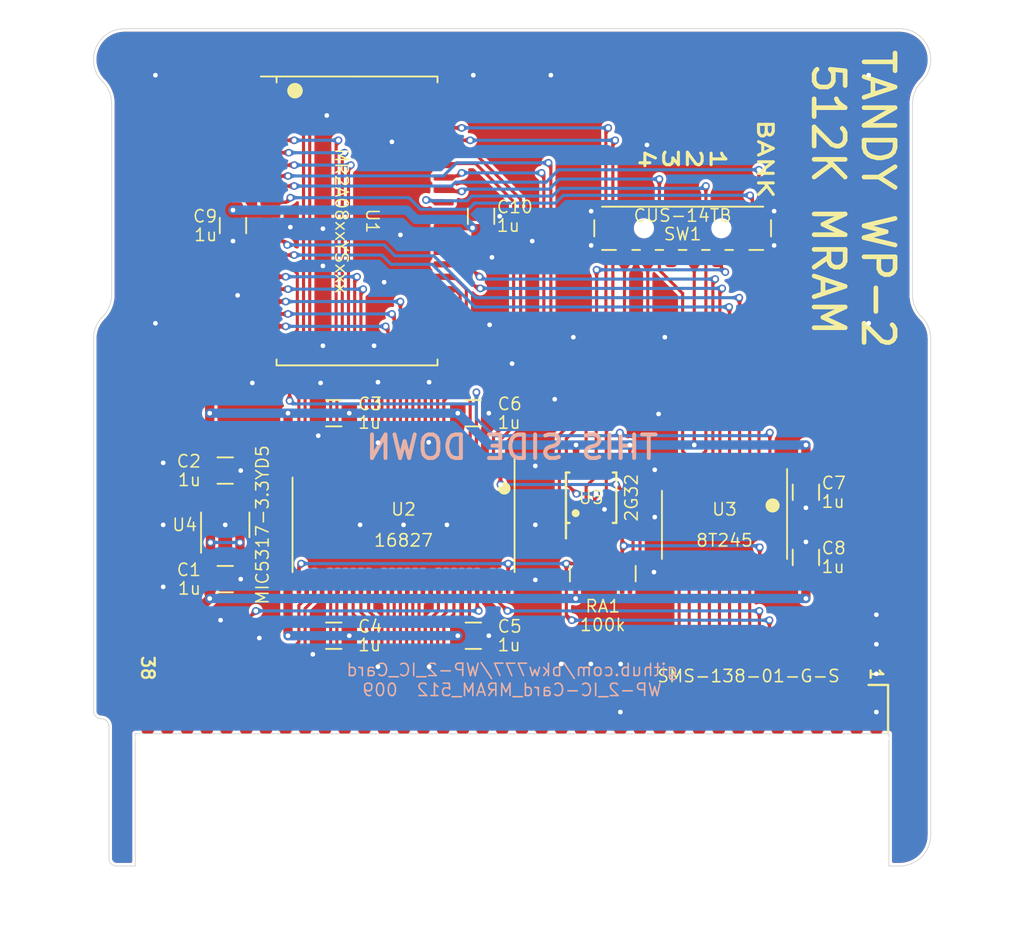
<source format=kicad_pcb>
(kicad_pcb (version 20221018) (generator pcbnew)

  (general
    (thickness 1.2)
  )

  (paper "USLetter")
  (title_block
    (title "WP-2_IC-Card_MRAM_512")
    (date "2023-10-13")
    (rev "009")
    (company "Brian K. White - b.kenyon.w@gmail.com")
    (comment 1 "CC-BY-SA")
    (comment 2 "github.com/bkw777/WP-2_IC_Card")
  )

  (layers
    (0 "F.Cu" signal)
    (31 "B.Cu" signal)
    (32 "B.Adhes" user "B.Adhesive")
    (33 "F.Adhes" user "F.Adhesive")
    (34 "B.Paste" user)
    (35 "F.Paste" user)
    (36 "B.SilkS" user "B.Silkscreen")
    (37 "F.SilkS" user "F.Silkscreen")
    (38 "B.Mask" user)
    (39 "F.Mask" user)
    (40 "Dwgs.User" user "User.Drawings")
    (41 "Cmts.User" user "User.Comments")
    (42 "Eco1.User" user "User.Eco1")
    (43 "Eco2.User" user "User.Eco2")
    (44 "Edge.Cuts" user)
    (45 "Margin" user)
    (46 "B.CrtYd" user "B.Courtyard")
    (47 "F.CrtYd" user "F.Courtyard")
    (48 "B.Fab" user)
    (49 "F.Fab" user)
  )

  (setup
    (stackup
      (layer "F.SilkS" (type "Top Silk Screen") (color "White"))
      (layer "F.Paste" (type "Top Solder Paste"))
      (layer "F.Mask" (type "Top Solder Mask") (color "Blue") (thickness 0.01))
      (layer "F.Cu" (type "copper") (thickness 0.035))
      (layer "dielectric 1" (type "core") (thickness 1.11) (material "FR4") (epsilon_r 4.5) (loss_tangent 0.02))
      (layer "B.Cu" (type "copper") (thickness 0.035))
      (layer "B.Mask" (type "Bottom Solder Mask") (color "Blue") (thickness 0.01))
      (layer "B.Paste" (type "Bottom Solder Paste"))
      (layer "B.SilkS" (type "Bottom Silk Screen") (color "White"))
      (copper_finish "None")
      (dielectric_constraints no)
    )
    (pad_to_mask_clearance 0)
    (solder_mask_min_width 0.2)
    (grid_origin 135.95 95.245)
    (pcbplotparams
      (layerselection 0x00010fc_ffffffff)
      (plot_on_all_layers_selection 0x0000000_00000000)
      (disableapertmacros false)
      (usegerberextensions true)
      (usegerberattributes false)
      (usegerberadvancedattributes false)
      (creategerberjobfile false)
      (dashed_line_dash_ratio 12.000000)
      (dashed_line_gap_ratio 3.000000)
      (svgprecision 6)
      (plotframeref false)
      (viasonmask false)
      (mode 1)
      (useauxorigin false)
      (hpglpennumber 1)
      (hpglpenspeed 20)
      (hpglpendiameter 15.000000)
      (dxfpolygonmode true)
      (dxfimperialunits true)
      (dxfusepcbnewfont true)
      (psnegative false)
      (psa4output false)
      (plotreference true)
      (plotvalue true)
      (plotinvisibletext false)
      (sketchpadsonfab false)
      (subtractmaskfromsilk true)
      (outputformat 1)
      (mirror false)
      (drillshape 0)
      (scaleselection 1)
      (outputdirectory "GERBER_${TITLE}_${REVISION}")
    )
  )

  (net 0 "")
  (net 1 "GND")
  (net 2 "/~{CE1}")
  (net 3 "/~{OE}")
  (net 4 "/D0")
  (net 5 "/D1")
  (net 6 "/D2")
  (net 7 "/D3")
  (net 8 "/D4")
  (net 9 "/D5")
  (net 10 "/D6")
  (net 11 "/D7")
  (net 12 "/A16")
  (net 13 "/A15")
  (net 14 "/A14")
  (net 15 "/A13")
  (net 16 "/A12")
  (net 17 "/A11")
  (net 18 "/A10")
  (net 19 "/A9")
  (net 20 "/A8")
  (net 21 "/A7")
  (net 22 "/A6")
  (net 23 "/A5")
  (net 24 "/A4")
  (net 25 "/A3")
  (net 26 "/A2")
  (net 27 "/A1")
  (net 28 "/A0")
  (net 29 "unconnected-(J1-Pin_3-Pad3)")
  (net 30 "VBUS")
  (net 31 "/3A11")
  (net 32 "unconnected-(J1-Pin_15-Pad15)")
  (net 33 "unconnected-(J1-Pin_16-Pad16)")
  (net 34 "unconnected-(J1-Pin_17-Pad17)")
  (net 35 "unconnected-(J1-Pin_36-Pad36)")
  (net 36 "/3A9")
  (net 37 "/3A8")
  (net 38 "/3A13")
  (net 39 "/~{3WE}")
  (net 40 "/3A15")
  (net 41 "/3A16")
  (net 42 "/3A14")
  (net 43 "/3A12")
  (net 44 "/3A7")
  (net 45 "/3A6")
  (net 46 "/3A5")
  (net 47 "/3A4")
  (net 48 "/3A3")
  (net 49 "/3A2")
  (net 50 "/3A1")
  (net 51 "/3A0")
  (net 52 "/3D0")
  (net 53 "/3D1")
  (net 54 "/3D2")
  (net 55 "/3D3")
  (net 56 "/3D4")
  (net 57 "/3D5")
  (net 58 "/3D6")
  (net 59 "/3D7")
  (net 60 "/~{3CE1}")
  (net 61 "/3A10")
  (net 62 "unconnected-(J1-Pin_37-Pad37)")
  (net 63 "/~{3OE}")
  (net 64 "unconnected-(U1-DC-Pad1)")
  (net 65 "/~{WE}")
  (net 66 "unconnected-(U1-NC-Pad2)")
  (net 67 "unconnected-(U1-DC-Pad21)")
  (net 68 "unconnected-(U1-DC-Pad22)")
  (net 69 "unconnected-(U1-DC-Pad23)")
  (net 70 "unconnected-(U1-DC-Pad24)")
  (net 71 "unconnected-(U1-DC-Pad30)")
  (net 72 "unconnected-(U1-DC-Pad42)")
  (net 73 "/3A17")
  (net 74 "/3A18")
  (net 75 "unconnected-(U1-NC-Pad43)")
  (net 76 "unconnected-(U1-DC-Pad44)")
  (net 77 "unconnected-(U4-DC-Pad4)")
  (net 78 "VMEM")
  (net 79 "/BANK_2")
  (net 80 "/BANK_4")
  (net 81 "/BANK_3")
  (net 82 "unconnected-(SW1-Pad1)")

  (footprint "0_LOCAL:SMS-138-01-x-x_edge" (layer "F.Cu") (at 135.95 113.72 -90))

  (footprint "0_LOCAL:npth_0.6mm" (layer "F.Cu") (at 159.95 114.02))

  (footprint "0_LOCAL:C_0805_1mm" (layer "F.Cu") (at 117.45 103.745 180))

  (footprint "0_LOCAL:C_0805_1mm" (layer "F.Cu") (at 117.45 96.745 180))

  (footprint "0_LOCAL:C_0805_1mm" (layer "F.Cu") (at 124.45 93.045 180))

  (footprint "0_LOCAL:TSSOP-8_3x3mm_P0.65mm" (layer "F.Cu") (at 141.05 98.495 90))

  (footprint "0_LOCAL:SW_SP4T_CUS-14B" (layer "F.Cu") (at 146.95 81.12 180))

  (footprint "0_LOCAL:C_0805_1mm" (layer "F.Cu") (at 124.45 107.395 180))

  (footprint "0_LOCAL:C_0805_1mm" (layer "F.Cu") (at 154.9 102.345 90))

  (footprint "0_LOCAL:TSSOP-24_4.4x7.8mm_P0.65mm" (layer "F.Cu") (at 149.65 100.245 -90))

  (footprint "0_LOCAL:C_0805_1mm" (layer "F.Cu") (at 154.9 98.145 -90))

  (footprint "0_LOCAL:WP-2_IC_Card_Cover_MRAM_512" (layer "F.Cu") (at 135.95 95.245))

  (footprint "0_LOCAL:R_Array_Convex_8x0602" (layer "F.Cu") (at 141.8 103.395 90))

  (footprint "0_LOCAL:C_0805_1mm" (layer "F.Cu") (at 133.45 107.395))

  (footprint "0_LOCAL:C_0805_1mm" (layer "F.Cu") (at 133.95 80.345 90))

  (footprint "0_LOCAL:C_0805_1mm" (layer "F.Cu") (at 117.95 80.945 -90))

  (footprint "0_LOCAL:npth_0.6mm" (layer "F.Cu") (at 111.95 114.02))

  (footprint "0_LOCAL:TSSOP-56_6.1x14mm_P0.5mm" (layer "F.Cu") (at 128.95 100.245 -90))

  (footprint "0_LOCAL:C_0805_1mm" (layer "F.Cu") (at 133.45 93.045))

  (footprint "0_LOCAL:TSOP-II-44_10.16x18.41mm_P0.8mm" (layer "F.Cu") (at 125.95 80.645))

  (footprint "0_LOCAL:TSOT-23-5" (layer "F.Cu") (at 117.45 100.245 90))

  (gr_poly
    (pts
      (xy 159.65 116.445)
      (xy 159.65 122.245)
      (xy 159.25 122.245)
      (xy 159.25 116.445)
      (xy 159.35 116.245)
      (xy 159.55 116.245)
    )

    (stroke (width 0.01) (type solid)) (fill solid) (layer "Dwgs.User") (tstamp 21f20718-1833-414c-9ad1-ee8a98ecf7df))
  (gr_line (start 102.95 90.245) (end 168.95 90.245)
    (stroke (width 0.05) (type solid)) (layer "Dwgs.User") (tstamp 2aaccbfc-c9d5-40ac-b187-9eae371bb805))
  (gr_arc (start 109.65 113.045) (mid 109.826777 113.118223) (end 109.9 113.295)
    (stroke (width 0.05) (type solid)) (layer "Dwgs.User") (tstamp 4791a60a-9fa1-492f-8c44-f0e13e1b9da1))
  (gr_line (start 108.85 113.045) (end 108.85 90.245)
    (stroke (width 0.05) (type solid)) (layer "Dwgs.User") (tstamp 81f444e1-45ae-4cbf-97de-d4ae4275bb83))
  (gr_line (start 163.05 122.245) (end 109.9 122.245)
    (stroke (width 0.05) (type solid)) (layer "Dwgs.User") (tstamp a00c9f61-0431-4af4-aef2-0afed905491b))
  (gr_line (start 109.9 113.295) (end 109.9 122.245)
    (stroke (width 0.05) (type solid)) (layer "Dwgs.User") (tstamp b0d2c10c-d6de-400a-9b80-71a2f4e13ef6))
  (gr_arc (start 111.65 114.495) (mid 111.884315 113.929315) (end 112.45 113.695)
    (stroke (width 0.01) (type solid)) (layer "Dwgs.User") (tstamp c4917421-c1e5-4e3f-87b6-756aadd0c8ca))
  (gr_line (start 108.85 113.045) (end 109.65 113.045)
    (stroke (width 0.05) (type solid)) (layer "Dwgs.User") (tstamp e23d9109-d19f-44ee-a0c4-389c4fa75cef))
  (gr_line (start 163.05 90.245) (end 163.05 122.245)
    (stroke (width 0.05) (type solid)) (layer "Dwgs.User") (tstamp f08f681a-1854-4395-b5d4-e42a08db5b6e))
  (gr_line (start 108.949999 88.245) (end 108.95 112.245)
    (stroke (width 0.05) (type solid)) (layer "Edge.Cuts") (tstamp 00000000-0000-0000-0000-00005f6f08d5))
  (gr_line (start 160.95 68.245) (end 110.95 68.245)
    (stroke (width 0.05) (type solid)) (layer "Edge.Cuts") (tstamp 00000000-0000-0000-0000-00005f713c75))
  (gr_line (start 111.65 113.72) (end 160.25 113.72)
    (stroke (width 0.05) (type solid)) (layer "Edge.Cuts") (tstamp 00000000-0000-0000-0000-00005f73aa2c))
  (gr_line (start 160.25 122.245) (end 160.25 113.72)
    (stroke (width 0.05) (type solid)) (layer "Edge.Cuts") (tstamp 00000000-0000-0000-0000-00005f742124))
  (gr_line (start 111.65 122.245) (end 111.65 113.72)
    (stroke (width 0.05) (type solid)) (layer "Edge.Cuts") (tstamp 00000000-0000-0000-0000-00005f742207))
  (gr_line (start 110.45 122.245) (end 111.65 122.245)
    (stroke (width 0.05) (type solid)) (layer "Edge.Cuts") (tstamp 00000000-0000-0000-0000-00005f742389))
  (gr_line (start 160.95 122.245) (end 160.25 122.245)
    (stroke (width 0.05) (type solid)) (layer "Edge.Cuts") (tstamp 00000000-0000-0000-0000-00005f74bd75))
  (gr_line (start 162.95 120.245) (end 162.95 88.245)
    (stroke (width 0.05) (type solid)) (layer "Edge.Cuts") (tstamp 00000000-0000-0000-0000-00005f8d847a))
  (gr_line (start 109.95 113.245) (end 109.95 121.745)
    (stroke (width 0.05) (type solid)) (layer "Edge.Cuts") (tstamp 00000000-0000-0000-0000-00005f8d8488))
  (gr_arc (start 109.535787 71.659214) (mid 109.969333 72.308061) (end 110.121574 73.073428)
    (stroke (width 0.05) (type solid)) (layer "Edge.Cuts") (tstamp 0188713d-b91d-440e-a995-e3e957075fc3))
  (gr_arc (start 162.364213 86.830786) (mid 162.797759 87.479633) (end 162.95 88.245)
    (stroke (width 0.05) (type solid)) (layer "Edge.Cuts") (tstamp 0aea2e6b-a959-4fe1-a295-42bd9c927c92))
  (gr_arc (start 162.95 120.245) (mid 162.364214 121.659214) (end 160.95 122.245)
    (stroke (width 0.05) (type solid)) (layer "Edge.Cuts") (tstamp 24d10f73-9e8f-4693-9b2e-c86bf5cfd55d))
  (gr_arc (start 109.45 112.745) (mid 109.803553 112.891447) (end 109.95 113.245)
    (stroke (width 0.05) (type solid)) (layer "Edge.Cuts") (tstamp 5806d0c6-18ce-4971-afd0-8ff35263160d))
  (gr_arc (start 108.95 70.245) (mid 109.535786 68.830786) (end 110.95 68.245)
    (stroke (width 0.05) (type solid)) (layer "Edge.Cuts") (tstamp 7e6f2cde-f5c7-4bc2-a22f-c9cff1154b5e))
  (gr_arc (start 160.95 68.245) (mid 162.364214 68.830786) (end 162.95 70.245)
    (stroke (width 0.05) (type solid)) (layer "Edge.Cuts") (tstamp 9664ef2d-191b-4085-828a-852d69b13691))
  (gr_arc (start 110.45 122.245) (mid 110.096447 122.098553) (end 109.95 121.745)
    (stroke (width 0.05) (type solid)) (layer "Edge.Cuts") (tstamp 9c900e2a-ef8a-4589-8aed-9daf610d67c9))
  (gr_arc (start 162.95 70.245) (mid 162.797759 71.010367) (end 162.364213 71.659214)
    (stroke (width 0.05) (type solid)) (layer "Edge.Cuts") (tstamp 9d2df8cd-0bd8-4d54-9f47-0f38f9fae47a))
  (gr_arc (start 110.121573 85.416572) (mid 109.969339 86.181944) (end 109.535786 86.830786)
    (stroke (width 0.05) (type solid)) (layer "Edge.Cuts") (tstamp a81c5d66-1d17-41d7-84cb-625dbea1ea11))
  (gr_line (start 161.778426 73.073428) (end 161.778426 85.416572)
    (stroke (width 0.05) (type solid)) (layer "Edge.Cuts") (tstamp b596dba2-0f83-47cb-9215-4f74b6f7b367))
  (gr_arc (start 162.364213 86.830786) (mid 161.930671 86.181939) (end 161.778426 85.416572)
    (stroke (width 0.05) (type solid)) (layer "Edge.Cuts") (tstamp d09d56a3-6bcf-4b32-8af0-e1efff9b8a00))
  (gr_arc (start 108.949999 88.245) (mid 109.10224 87.479633) (end 109.535786 86.830786)
    (stroke (width 0.05) (type solid)) (layer "Edge.Cuts") (tstamp d9bc2530-660b-4dfb-bf45-dbbd236adf86))
  (gr_arc (start 161.778426 73.073428) (mid 161.930667 72.308061) (end 162.364213 71.659214)
    (stroke (width 0.05) (type solid)) (layer "Edge.Cuts") (tstamp dfbe4719-9671-4b76-a2a7-cdf481850136))
  (gr_arc (start 109.535787 71.659214) (mid 109.102241 71.010367) (end 108.95 70.245)
    (stroke (width 0.05) (type solid)) (layer "Edge.Cuts") (tstamp ebbad27e-5f4e-4d51-bd1b-b9fd9be18987))
  (gr_line (start 110.121574 73.073428) (end 110.121573 85.416572)
    (stroke (width 0.05) (type solid)) (layer "Edge.Cuts") (tstamp f723dfd8-1104-445c-b209-541fa036b4fe))
  (gr_arc (start 109.45 112.745) (mid 109.096447 112.598553) (end 108.95 112.245)
    (stroke (width 0.05) (type solid)) (layer "Edge.Cuts") (tstamp fa533aab-a28f-41f5-aa7a-f49c04127618))
  (gr_text "THIS SIDE DOWN" (at 135.95 95.245) (layer "B.SilkS") (tstamp 00000000-0000-0000-0000-00005f712a06)
    (effects (font (size 1.524 1.524) (thickness 0.254)) (justify mirror))
  )
  (gr_text "${COMMENT2}\n${TITLE}  ${REVISION}" (at 135.95 110.245) (layer "B.SilkS") (tstamp 81bb477d-360f-4000-9e91-c66f2ded1c71)
    (effects (font (size 0.8 0.8) (thickness 0.1)) (justify mirror))
  )
  (gr_text "1" (at 159.445 110.358 -90) (layer "F.SilkS") (tstamp 00000000-0000-0000-0000-00005f7129fd)
    (effects (font (size 0.8128 0.8128) (thickness 0.1524)) (justify right))
  )
  (gr_text "38" (at 112.455 110.358 -90) (layer "F.SilkS") (tstamp 00000000-0000-0000-0000-00005f712a00)
    (effects (font (size 0.8128 0.8128) (thickness 0.1524)) (justify right))
  )
  (gr_text "TANDY WP-2\n512K MRAM" (at 157.95 79.245 270) (layer "F.SilkS") (tstamp 00000000-0000-0000-0000-00005f8e07ff)
    (effects (font (size 2 2) (thickness 0.3)))
  )
  (gr_text "BANK\n\n1\n2\n3\n4" (at 148.45 76.645 270) (layer "F.SilkS") (tstamp 33a6f3ab-24e7-4b5f-a732-ca20956ac707)
    (effects (font (size 0.95 1.3) (thickness 0.2)))
  )
  (gr_text "WP-2\nbody" (at 105.95 92.245) (layer "Dwgs.User") (tstamp 00000000-0000-0000-0000-00005f763237)
    (effects (font (size 1 1) (thickness 0.15)))
  )
  (gr_text "EXPOSED" (at 163.95 86.245 270) (layer "Dwgs.User") (tstamp 1532e04d-6ab9-4727-83fe-b97010526de2)
    (effects (font (size 1 1) (thickness 0.15)))
  )
  (gr_text "EXPOSED" (at 107.95 86.245 90) (layer "Dwgs.User") (tstamp 28601ea4-2b20-466d-b6e1-7ca3d3ad326a)
    (effects (font (size 1 1) (thickness 0.15)))
  )
  (gr_text "pins 6.0mm" (at 159.445 123.185) (layer "Dwgs.User") (tstamp 2f93803a-f966-4764-84ff-d5388be21edd)
    (effects (font (size 0.6 0.6) (thickness 0.06)) (justify right))
  )
  (gr_text "WP-2\nbody" (at 165.95 92.245) (layer "Dwgs.User") (tstamp 41c80839-2b6b-4e62-bada-e837e6dd540a)
    (effects (font (size 1 1) (thickness 0.15)))
  )
  (gr_text "1.2mm or less PCB thickness." (at 135.95 125.245) (layer "Dwgs.User") (tstamp ab2f520f-9eb5-4593-ba55-95fb40752d2e)
    (effects (font (size 2 2) (thickness 0.2)))
  )
  (gr_text "EXPOSED" (at 135.95 67.245) (layer "Dwgs.User") (tstamp c5ee9f29-1203-4174-bf97-19555b89742a)
    (effects (font (size 1 1) (thickness 0.15)))
  )
  (gr_text "drill to sharpen the inside corner" (at 112.5 114.72) (layer "Dwgs.User") (tstamp c5f5dc7c-82d9-4f07-8d6b-c46e5e911559)
    (effects (font (size 0.6 0.6) (thickness 0.06)) (justify left))
  )

  (segment (start 127.2 95.045) (end 127.2 96.5325) (width 0.2) (layer "F.Cu") (net 1) (tstamp 00c7e271-4d2c-43a7-b1cb-00b62aa039aa))
  (segment (start 130.6 91.045) (end 130.35 91.295) (width 0.2) (layer "F.Cu") (net 1) (tstamp 18b583d3-7426-4266-954d-3c4195bf39f7))
  (segment (start 127.55 94.695) (end 127.3 94.945) (width 0.2) (layer "F.Cu") (net 1) (tstamp 45348852-823a-4930-8fd0-54e84f55b07c))
  (segment (start 130.35 105.745) (end 130.7 105.395) (width 0.2) (layer "F.Cu") (net 1) (tstamp 489e183a-b5f3-4306-8264-c01d19e29381))
  (segment (start 127.55 91.295) (end 127.55 94.695) (width 0.2) (layer "F.Cu") (net 1) (tstamp 4a64ead5-71d6-4845-ae7f-f5de02ccd372))
  (segment (start 127.3 91.045) (end 127.55 91.295) (width 0.2) (layer "F.Cu") (net 1) (tstamp 4faab840-b72f-46a2-ad74-609b03935911))
  (segment (start 130.35 91.295) (end 130.35 94.695) (width 0.2) (layer "F.Cu") (net 1) (tstamp 53d106c3-6c2d-46f6-abd3-0b760b8a8e1d))
  (segment (start 130.7 95.045) (end 130.7 96.5325) (width 0.2) (layer "F.Cu") (net 1) (tstamp 5c907b1b-6090-44b5-8a44-428c9b806073))
  (segment (start 130.7 105.395) (end 130.7 103.9575) (width 0.2) (layer "F.Cu") (net 1) (tstamp 6225e7f9-ab8e-4fff-b5f6-28c6855fe4b5))
  (segment (start 127.3 94.945) (end 127.2 95.045) (width 0.2) (layer "F.Cu") (net 1) (tstamp 66f6d29a-2300-4f78-9db4-eb96e9b4ad08))
  (segment (start 127.3 109.395) (end 127.55 109.145) (width 0.2) (layer "F.Cu") (net 1) (tstamp 6988cb7a-2f93-4128-a3c9-6878d127d1fb))
  (segment (start 127.55 105.745) (end 127.2 105.395) (width 0.2) (layer "F.Cu") (net 1) (tstamp 69b2ffdb-b70c-4cf4-b100-20215aad8165))
  (segment (start 130.6 109.395) (end 130.35 109.145) (width 0.2) (layer "F.Cu") (net 1) (tstamp 93585a50-b154-4736-a32e-a89d3c73e4cb))
  (segment (start 130.35 109.145) (end 130.35 105.745) (width 0.2) (layer "F.Cu") (net 1) (tstamp a987f669-d8d9-4584-a441-2b1fbcc1f0d4))
  (segment (start 127.2 105.395) (end 127.2 103.9575) (width 0.2) (layer "F.Cu") (net 1) (tstamp c0079f71-3726-4ac8-b8fe-7b2acfcd3ef9))
  (segment (start 127.55 109.145) (end 127.55 105.745) (width 0.2) (layer "F.Cu") (net 1) (tstamp d106eaec-1206-4bf1-9095-e80665a33302))
  (segment (start 130.35 94.695) (end 130.575 94.92) (width 0.2) (layer "F.Cu") (net 1) (tstamp d2e3742f-5704-40a8-9db0-fbdc6648a9f9))
  (segment (start 130.575 94.92) (end 130.7 95.045) (width 0.2) (layer "F.Cu") (net 1) (tstamp eaf5cd63-d67b-4078-8771-44783e2e9cf3))
  (via (at 137.25 81.945) (size 0.5) (drill 0.3) (layers "F.Cu" "B.Cu") (free) (net 1) (tstamp 032a93e2-6c84-4b2e-9f20-1343ec0a7efc))
  (via (at 127.05 88.695) (size 0.5) (drill 0.3) (layers "F.Cu" "B.Cu") (free) (net 1) (tstamp 033b7209-dd39-4e56-ba83-bcf99b9e5c9c))
  (via (at 124 73.845) (size 0.5) (drill 0.3) (layers "F.Cu" "B.Cu") (free) (net 1) (tstamp 03dd3a4f-6096-4168-b098-247c0a3efc72))
  (via (at 130.575 94.92) (size 0.5) (drill 0.3) (layers "F.Cu" "B.Cu") (net 1) (tstamp 07c9addb-659c-43db-b47b-90f02ef0b590))
  (via (at 118.45 103.745) (size 0.5) (drill 0.3) (layers "F.Cu" "B.Cu") (free) (net 1) (tstamp 1107a484-b2fa-45e9-84f7-1a74b678bfc2))
  (via (at 127.3 94.945) (size 0.5) (drill 0.3) (layers "F.Cu" "B.Cu") (net 1) (tstamp 1316e043-8cae-44b0-8e53-37811a2738d9))
  (via (at 135.95 89.845) (size 0.5) (drill 0.3) (layers "F.Cu" "B.Cu") (free) (net 1) (tstamp 1841577b-f1a1-42f3-b500-a6674d8ddd24))
  (via (at 142.95 109.22) (size 0.5) (drill 0.3) (layers "F.Cu" "B.Cu") (free) (net 1) (tstamp 1a8e189c-0e9a-471a-b393-f11ae0fb382e))
  (via (at 123.75 88.695) (size 0.5) (drill 0.3) (layers "F.Cu" "B.Cu") (free) (net 1) (tstamp 1fc0e8a0-ed61-44cf-81d4-a27c7fcec6fd))
  (via (at 126.15 100.245) (size 0.5) (drill 0.3) (layers "F.Cu" "B.Cu") (free) (net 1) (tstamp 306a1280-fe01-4da5-bb38-896cb4472fa6))
  (via (at 123.75 83.545) (size 0.5) (drill 0.3) (layers "F.Cu" "B.Cu") (free) (net 1) (tstamp 39228a0a-8c10-40bc-babd-59bc4723016a))
  (via (at 134.5 87.345) (size 0.5) (drill 0.3) (layers "F.Cu" "B.Cu") (free) (net 1) (tstamp 3bae4d1c-4feb-4a28-b3ac-6d5f185baae2))
  (via (at 113.45 96.245) (size 0.5) (drill 0.3) (layers "F.Cu" "B.Cu") (free) (net 1) (tstamp 3c0e3321-68fb-483a-b219-cfbb3ff391db))
  (via (at 117.15 106.395) (size 0.5) (drill 0.3) (layers "F.Cu" "B.Cu") (free) (net 1) (tstamp 44049d07-53ee-44cd-9fd0-654cc8d10fce))
  (via (at 154.9 101.345) (size 0.5) (drill 0.3) (layers "F.Cu" "B.Cu") (net 1) (tstamp 4684f196-b6af-4dba-85e0-fd0d35cb48e4))
  (via (at 119.65 107.545) (size 0.5) (drill 0.3) (layers "F.Cu" "B.Cu") (free) (net 1) (tstamp 4798e39c-7ba5-47df-91a7-75947dbe364d))
  (via (at 137.45 103.795) (size 0.5) (drill 0.3) (layers "F.Cu" "B.Cu") (free) (net 1) (tstamp 495b2e09-1625-45fd-8d72-d81db145729e))
  (via (at 141.03 109.215) (size 0.5) (drill 0.3) (layers "F.Cu" "B.Cu") (free) (net 1) (tstamp 49d83f49-cea8-4b27-a1da-dafbaa1a7adb))
  (via (at 137.45 100.245) (size 0.5) (drill 0.3) (layers "F.Cu" "B.Cu") (free) (net 1) (tstamp 4ce8c61a-5660-41c7-9d17-607fd9243042))
  (via (at 145.8 88.145) (size 0.5) (drill 0.3) (layers "F.Cu" "B.Cu") (free) (net 1) (tstamp 4d213b03-28f7-4575-bb5f-905eca06ff2a))
  (via (at 144.65 75.745) (size 0.5) (drill 0.3) (layers "F.Cu" "B.Cu") (free) (net 1) (tstamp 516e328e-391c-420e-af54-0067a632a098))
  (via (at 138.45 71.245) (size 0.5) (drill 0.3) (layers "F.Cu" "B.Cu") (free) (net 1) (tstamp 65356cb8-f5b2-4e61-b1a6-f5f960ee3398))
  (via (at 135.15 80.345) (size 0.5) (drill 0.3) (layers "F.Cu" "B.Cu") (net 1) (tstamp 657b4edb-3aae-45b1-9af6-c966a8ba168f))
  (via (at 127.7 84.595) (size 0.5) (drill 0.3) (layers "F.Cu" "B.Cu") (free) (net 1) (tstamp 67d340ec-94ea-4f17-912a-ae070bf9b869))
  (via (at 113.45 104.245) (size 0.5) (drill 0.3) (layers "F.Cu" "B.Cu") (free) (net 1) (tstamp 68bf5e41-c4f2-4247-9685-67c2321af3f4))
  (via (at 121.65 81.045) (size 0.5) (drill 0.3) (layers "F.Cu" "B.Cu") (free) (net 1) (tstamp 72638cb2-9857-4ec7-8f59-60b165e678de))
  (via (at 145.15 96.695) (size 0.5) (drill 0.3) (layers "F.Cu" "B.Cu") (free) (net 1) (tstamp 78001d22-b27a-4236-9269-d205545b6590))
  (via (at 123.45 94.495) (size 0.5) (drill 0.3) (layers "F.Cu" "B.Cu") (free) (net 1) (tstamp 78f67b4f-b264-4a73-8d50-1d98b9caf6cf))
  (via (at 139.9 88.145) (size 0.5) (drill 0.3) (layers "F.Cu" "B.Cu") (free) (net 1) (tstamp 7a579841-23d0-40e6-a4e6-f57e7e7348c5))
  (via (at 139.125 109.215) (size 0.5) (drill 0.3) (layers "F.Cu" "B.Cu") (free) (net 1) (tstamp 83e46e50-d9ca-4ecb-87fc-7b9fe8142241))
  (via (at 134.65 82.995) (size 0.5) (drill 0.3) (layers "F.Cu" "B.Cu") (free) (net 1) (tstamp 8544aa00-3970-4e51-9581-96c19f77efd2))
  (via (at 123.1 108.595) (size 0.5) (drill 0.3) (layers "F.Cu" "B.Cu") (free) (net 1) (tstamp 85525faf-f3b1-4676-bfdc-f9ad567d8ab0))
  (via (at 134.45 93.045) (size 0.5) (drill 0.3) (layers "F.Cu" "B.Cu") (net 1) (tstamp 88a4f34f-8ef9-4a0a-bf4b-c76f3c70289c))
  (via (at 145.4 93.095) (size 0.5) (drill 0.3) (layers "F.Cu" "B.Cu") (free) (net 1) (tstamp 88f41238-f028-44ae-8b36-a7226f894edf))
  (via (at 128.95 100.245) (size 0.5) (drill 0.3) (layers "F.Cu" "B.Cu") (free) (net 1) (tstamp 89b40734-dd38-4538-80c7-71cc83230b8a))
  (via (at 112.95 87.245) (size 0.5) (drill 0.3) (layers "F.Cu" "B.Cu") (free) (net 1) (tstamp 8be7390b-2dbd-4bde-98cc-83500fcc2b5a))
  (via (at 117.45 100.245) (size 0.5) (drill 0.3) (layers "F.Cu" "B.Cu") (net 1) (tstamp 8e7db0bc-3ef0-4e6a-bd7f-057d84868b99))
  (via (at 117.95 81.945) (size 0.5) (drill 0.3) (layers "F.Cu" "B.Cu") (net 1) (tstamp 93c9d40f-91f7-4758-af26-eeb03fdb81f7))
  (via (at 159.445 106.04) (size 0.5) (drill 0.3) (layers "F.Cu" "B.Cu") (free) (net 1) (tstamp 95d4dae7-e313-4ed0-bd1a-a1251320cdee))
  (via (at 130.6 109.395) (size 0.5) (drill 0.3) (layers "F.Cu" "B.Cu") (free) (net 1) (tstamp 95fe3728-2746-447e-a0b6-deeaba5f26b7))
  (via (at 123.6 91.095) (size 0.5) (drill 0.3) (layers "F.Cu" "B.Cu") (free) (net 1) (tstamp 97df2b61-e01c-4aec-8f08-8bdb62b87076))
  (via (at 113.45 100.245) (size 0.5) (drill 0.3) (layers "F.Cu" "B.Cu") (free) (net 1) (tstamp 9fa81321-613d-49b7-a9d5-47e01c89ec25))
  (via (at 158.95 87.245) (size 0.5) (drill 0.3) (layers "F.Cu" "B.Cu") (free) (net 1) (tstamp a8eab1ff-b0bc-48c6-9a33-9c6b22b180c7))
  (via (at 145.1 103.295) (size 0.5) (drill 0.3) (layers "F.Cu" "B.Cu") (free) (net 1) (tstamp ab4a919c-5995-4859-b6e2-3405fbd41ce7))
  (via (at 123.75 81.145) (size 0.5) (drill 0.3) (layers "F.Cu" "B.Cu") (free) (net 1) (tstamp b28fcbc2-ec2b-4559-bf5e-983f40cd407c))
  (via (at 128.2 75.545) (size 0.5) (drill 0.3) (layers "F.Cu" "B.Cu") (free) (net 1) (tstamp b37ded43-74b1-4295-8754-e6a3576977a5))
  (via (at 142.935 112.32) (size 0.5) (drill 0.3) (layers "F.Cu" "B.Cu") (net 1) (tstamp b6098c59-d741-4d1f-9740-b38e1c2d49f2))
  (via (at 130.6 91.045) (size 0.5) (drill 0.3) (layers "F.Cu" "B.Cu") (free) (net 1) (tstamp b6b28cd2-fb70-4018-a956-8636ee4beb56))
  (via (at 127.3 91.045) (size 0.5) (drill 0.3) (layers "F.Cu" "B.Cu") (free) (net 1) (tstamp b9522716-8d8e-4475-8f98-4469fa226f2c))
  (via (at 127.3 109.395) (size 0.5) (drill 0.3) (layers "F.Cu" "B.Cu") (free) (net 1) (tstamp bd40085a-a0e6-46e2-8e9d-10dac492ab8d))
  (via (at 159.445 112.32) (size 0.5) (drill 0.3) (layers "F.Cu" "B.Cu") (net 1) (tstamp c22cfd77-a981-40d5-8942-14e542b07d32))
  (via (at 112.95 71.245) (size 0.5) (drill 0.3) (layers "F.Cu" "B.Cu") (free) (net 1) (tstamp c25666a9-ff37-4425-a589-30bc1abd7c23))
  (via (at 141.91 99.245) (size 0.5) (drill 0.3) (layers "F.Cu" "B.Cu") (free) (net 1) (tstamp c27f89a2-2240-4c49-a262-263512016dfa))
  (via (at 119.2 91.095) (size 0.5) (drill 0.3) (layers "F.Cu" "B.Cu") (free) (net 1) (tstamp c43c99db-538e-4b7f-937c-38e404cbbe93))
  (via (at 141.05 80.015) (size 0.5) (drill 0.3) (layers "F.Cu" "B.Cu") (free) (net 1) (tstamp c4ee2c9a-e79a-4a4e-b10f-bedf48b2558a))
  (via (at 145.15 99.745) (size 0.5) (drill 0.3) (layers "F.Cu" "B.Cu") (free) (net 1) (tstamp c66d18a5-0e3b-4d53-abd7-67a3c376458a))
  (via (at 118.25 85.445) (size 0.5) (drill 0.3) (layers "F.Cu" "B.Cu") (free) (net 1) (tstamp ce720884-c283-40f9-a688-e7e58daca818))
  (via (at 131.75 100.245) (size 0.5) (drill 0.3) (layers "F.Cu" "B.Cu") (free) (net 1) (tstamp d1cb34a6-5458-48c0-8f6a-aa4ffd3a5914))
  (via (at 141.05 82.225) (size 0.5) (drill 0.3) (layers "F.Cu" "B.Cu") (free) (net 1) (tstamp d3665b4f-2927-4d0a-8733-5e49fa9a4e81))
  (via (at 159.445 107.945) (size 0.5) (drill 0.3) (layers "F.Cu" "B.Cu") (free) (net 1) (tstamp da573ffd-90d0-4e82-8edd-f0dbdeeccb2b))
  (via (at 137.45 96.445) (size 0.5) (drill 0.3) (layers "F.Cu" "B.Cu") (free) (net 1) (tstamp dcb100e4-264a-4990-b939-320942edd909))
  (via (at 138.7 92.145) (size 0.5) (drill 0.3) (layers "F.Cu" "B.Cu") (free) (net 1) (tstamp deeb4bb4-7103-4a4c-b460-72f22982d735))
  (via (at 159.445 109.85) (size 0.5) (drill 0.3) (layers "F.Cu" "B.Cu") (free) (net 1) (tstamp e1586c15-6487-445e-a671-1f8e78fca30c))
  (via (at 133.45 71.245) (size 0.5) (drill 0.3) (layers "F.Cu" "B.Cu") (free) (net 1) (tstamp e1d93c1b-efed-45b8-8d8a-e8e96767bfde))
  (via (at 128.75 81.545) (size 0.5) (drill 0.3) (layers "F.Cu" "B.Cu") (free) (net 1) (tstamp e5dbcc86-5cd1-4a26-81f7-af0414c498b1))
  (via (at 152.85 82.225) (size 0.5) (drill 0.3) (layers "F.Cu" "B.Cu") (free) (net 1) (tstamp e6096ead-a1e9-404f-959e-994543d8b03c))
  (via (at 158.95 71.245) (size 0.5) (drill 0.3) (layers "F.Cu" "B.Cu") (free) (net 1) (tstamp e67bdc23-8c44-48d6-b239-bef8d6bd8f47))
  (via (at 118.45 96.745) (size 0.5) (drill 0.3) (layers "F.Cu" "B.Cu") (free) (net 1) (tstamp e7d84d36-b5a7-4e8c-88c4-590687794959))
  (via (at 134.45 107.395) (size 0.5) (drill 0.3) (layers "F.Cu" "B.Cu") (net 1) (tstamp ea8da90e-9adf-4e1d-a78c-e2b46c06c5e5))
  (via (at 152.85 80.015) (size 0.5) (drill 0.3) (layers "F.Cu" "B.Cu") (free) (net 1) (tstamp eda5dcf9-4458-429d-9171-d6c7a95bbd87))
  (via (at 154.9 99.145) (size 0.5) (drill 0.3) (layers "F.Cu" "B.Cu") (net 1) (tstamp f3572529-8bd1-49a5-ae88-17cb90e15936))
  (segment (start 122.35 102.745) (end 122.2 102.745) (width 0.2) (layer "F.Cu") (net 2) (tstamp 0f7f2700-385b-4566-9b4b-269fa474f5e4))
  (segment (start 140.05 102.745) (end 140.05 102.495) (width 0.2) (layer "F.Cu") (net 2) (tstamp 282ac4ee-493c-4880-a108-2823969d61ec))
  (segment (start 152.55 106.395) (end 152.55 107.57) (width 0.2) (layer "F.Cu") (net 2) (tstamp 323e8f0d-2559-4917-bebf-d3823ce5281e))
  (segment (start 152.55 107.57) (end 155.635 110.655) (width 0.2) (layer "F.Cu") (net 2) (tstamp 42230f6a-ae31-4a45-a9cc-5456ac74ac64))
  (segment (start 122.2 103.9575) (end 122.2 102.745) (width 0.2) (layer "F.Cu") (net 2) (tstamp 63b76fe1-78b4-4331-9b97-0ca6b4548070))
  (segment (start 139.45 102.745) (end 139.45 106.045) (width 0.2) (layer "F.Cu") (net 2) (tstamp 772e4d48-af1a-432c-b17a-d8727f7b9e47))
  (segment (start 155.635 110.655) (end 155.635 112.32) (width 0.2) (layer "F.Cu") (net 2) (tstamp 8e3f2604-0bbe-485e-80fe-7309bf229568))
  (segment (start 139.45 106.045) (end 139.8 106.395) (width 0.2) (layer "F.Cu") (net 2) (tstamp 95d2dcf2-5b11-43a3-84b2-5ed207e31fa8))
  (segment (start 135.7 103.9575) (end 135.7 102.745) (width 0.2) (layer "F.Cu") (net 2) (tstamp b52276c7-bcc9-4fff-bc10-b095f74e9ed8))
  (segment (start 135.2 103.9575) (end 135.7 103.9575) (width 0.2) (layer "F.Cu") (net 2) (tstamp b67c93a9-8846-424f-8ddd-28719f5316d2))
  (segment (start 139.45 102.745) (end 140.05 102.745) (width 0.2) (layer "F.Cu") (net 2) (tstamp d31738d1-48f7-4aa5-a43d-a24835dcdd9a))
  (via (at 122.35 102.745) (size 0.5) (drill 0.3) (layers "F.Cu" "B.Cu") (net 2) (tstamp 08545969-c5d9-42df-b6d9-3ce8883e9f1c))
  (via (at 139.45 102.745) (size 0.5) (drill 0.3) (layers "F.Cu" "B.Cu") (net 2) (tstamp 3c29e6a6-912e-48c6-a383-f9ada46ae671))
  (via (at 152.55 106.395) (size 0.5) (drill 0.3) (layers "F.Cu" "B.Cu") (net 2) (tstamp 4d0b026c-db0b-4915-8623-aca5183fdb92))
  (via (at 139.8 106.395) (size 0.5) (drill 0.3) (layers "F.Cu" "B.Cu") (net 2) (tstamp d07c9ce0-4b5d-4e8d-b257-8468ff61905e))
  (via (at 135.7 102.745) (size 0.5) (drill 0.3) (layers "F.Cu" "B.Cu") (free) (net 2) (tstamp dfa0fae1-d8c6-4ac9-b867-10dac8464366))
  (segment (start 152.55 106.395) (end 139.8 106.395) (width 0.2) (layer "B.Cu") (net 2) (tstamp 11efc7d9-8d25-4160-b04d-73df565f127f))
  (segment (start 139.45 102.745) (end 135.7 102.745) (width 0.2) (layer "B.Cu") (net 2) (tstamp 54d00e3d-9325-4184-b1ea-018c24522cf0))
  (segment (start 135.7 102.745) (end 122.35 102.745) (width 0.2) (layer "B.Cu") (net 2) (tstamp 9b2cf0f4-4611-442f-a142-09f28379a4ab))
  (segment (start 154.365 110.66) (end 154.365 112.32) (width 0.2) (layer "F.Cu") (net 3) (tstamp 022cf6fa-2fd2-457a-b14c-f26c3f450aef))
  (segment (start 134.75 104.895) (end 134.75 104.0075) (width 0.2) (layer "F.Cu") (net 3) (tstamp 2acd8827-1fb9-4830-b791-bcb2760e92d3))
  (segment (start 135.65 105.795) (end 134.75 104.895) (width 0.2) (layer "F.Cu") (net 3) (tstamp 2cc19049-c699-41ba-b167-0bc4ec268165))
  (segment (start 151.9 108.195) (end 154.365 110.66) (width 0.2) (layer "F.Cu") (net 3) (tstamp 2ed57c07-8967-43c2-b1cd-2100859734e3))
  (segment (start 151.9 105.795) (end 151.9 108.195) (width 0.2) (layer "F.Cu") (net 3) (tstamp 41228f2a-71d5-404c-9243-96d7dd49cd94))
  (segment (start 134.75 104.0075) (end 134.7 103.9575) (width 0.2) (layer "F.Cu") (net 3) (tstamp 7d0eeaf3-e33c-42d1-bb11-8ff92cbdfc38))
  (via (at 135.65 105.795) (size 0.5) (drill 0.3) (layers "F.Cu" "B.Cu") (net 3) (tstamp 8990a3aa-4c46-4e28-aeae-ad95e8d2c8ed))
  (via (at 151.9 105.795) (size 0.5) (drill 0.3) (layers "F.Cu" "B.Cu") (net 3) (tstamp c979bd6f-dbec-46d8-98a2-1a82d9cd8055))
  (segment (start 151.9 105.795) (end 135.65 105.795) (width 0.2) (layer "B.Cu") (net 3) (tstamp f7a69b50-a380-4041-8277-6f967d4e18d5))
  (segment (start 153.095 110.64) (end 151.275 108.82) (width 0.2) (layer "F.Cu") (net 4) (tstamp 33924e73-042d-4d54-868b-3b260aff41c1))
  (segment (start 151.275 108.82) (end 151.275 103.1075) (width 0.2) (layer "F.Cu") (net 4) (tstamp 7cb95597-b5cd-4078-9949-efb710377eb6))
  (segment (start 153.095 112.32) (end 153.095 110.64) (width 0.2) (layer "F.Cu") (net 4) (tstamp 893815ea-14b7-48fc-8c94-eb2c3bed8742))
  (segment (start 151.825 110.67) (end 151.825 112.32) (width 0.2) (layer "F.Cu") (net 5) (tstamp 111ee27c-03ae-46e2-93ac-fff75caed5a9))
  (segment (start 150.625 109.47) (end 151.825 110.67) (width 0.2) (layer "F.Cu") (net 5) (tstamp 4ebf552c-ee46-4c6e-b126-a600d513f119))
  (segment (start 150.625 103.1075) (end 150.625 109.47) (width 0.2) (layer "F.Cu") (net 5) (tstamp 63f177c7-9f61-4d93-b260-834453f9f222))
  (segment (start 149.975 110.07) (end 150.555 110.65) (width 0.2) (layer "F.Cu") (net 6) (tstamp 171eb073-cacb-406b-a856-887440716076))
  (segment (start 149.975 103.1075) (end 149.975 110.07) (width 0.2) (layer "F.Cu") (net 6) (tstamp 3439feeb-162e-441a-8de3-a71732c579d9))
  (segment (start 150.555 110.65) (end 150.555 112.32) (width 0.2) (layer "F.Cu") (net 6) (tstamp 57e1ed44-0e47-481f-801f-26635f6390d1))
  (segment (start 149.325 103.1075) (end 149.325 112.28) (width 0.2) (layer "F.Cu") (net 7) (tstamp be6d88d7-1a4c-4d4c-96ab-985200af8a70))
  (segment (start 149.325 112.28) (end 149.285 112.32) (width 0.2) (layer "F.Cu") (net 7) (tstamp fccc6db2-e3ff-4f0e-9ad6-e0769c5b33be))
  (segment (start 148.015 110.68) (end 148.015 112.32) (width 0.2) (layer "F.Cu") (net 8) (tstamp 24b17d1d-a6d0-48c9-ac8a-ed7eb963cb9c))
  (segment (start 148.675 103.1075) (end 148.675 110.02) (width 0.2) (layer "F.Cu") (net 8) (tstamp 2fb2011a-4032-41d4-aee2-e3b2759d9b29))
  (segment (start 148.675 110.02) (end 148.015 110.68) (width 0.2) (layer "F.Cu") (net 8) (tstamp f9b0c04f-92a6-454c-9412-4337d05e665f))
  (segment (start 148.025 109.37) (end 146.745 110.65) (width 0.2) (layer "F.Cu") (net 9) (tstamp 8b9a50b6-a170-4422-ad9a-8a794cc6c0aa))
  (segment (start 148.025 103.1075) (end 148.025 109.37) (width 0.2) (layer "F.Cu") (net 9) (tstamp c8736263-8490-47d6-a593-d7856d3a681d))
  (segment (start 146.745 110.65) (end 146.745 112.32) (width 0.2) (layer "F.Cu") (net 9) (tstamp f4cfcdb2-3797-47bf-a025-568b61009a66))
  (segment (start 145.475 110.67) (end 145.475 112.32) (width 0.2) (layer "F.Cu") (net 10) (tstamp be958870-81e1-448f-b6bb-a3a652555e43))
  (segment (start 147.375 103.1075) (end 147.375 108.77) (width 0.2) (layer "F.Cu") (net 10) (tstamp ce85fb99-8199-4620-a625-46c641322781))
  (segment (start 147.375 108.77) (end 145.475 110.67) (width 0.2) (layer "F.Cu") (net 10) (tstamp f309e0ae-51f0-4542-a469-6573e40e7a3a))
  (segment (start 146.725 108.17) (end 144.205 110.69) (width 0.2) (layer "F.Cu") (net 11) (tstamp 38bfc1ef-cdd2-41eb-a973-ff2494215606))
  (segment (start 144.205 110.69) (end 144.205 112.32) (width 0.2) (layer "F.Cu") (net 11) (tstamp 783ba1cb-c171-4278-bf58-afaecfafc281))
  (segment (start 146.725 103.1075) (end 146.725 108.17) (width 0.2) (layer "F.Cu") (net 11) (tstamp b6060d14-a6c7-4ab8-8817-a7fe2a6c343b))
  (segment (start 133.2 103.9575) (end 133.2 106.295) (width 0.2) (layer "F.Cu") (net 12) (tstamp 1059e617-f103-4f62-9291-655b08272103))
  (segment (start 133.2 106.295) (end 133.35 106.445) (width 0.2) (layer "F.Cu") (net 12) (tstamp 4e7ba730-3137-479e-91f9-8e245600ecab))
  (segment (start 133.35 106.445) (end 133.35 108.32) (width 0.2) (layer "F.Cu") (net 12) (tstamp 555e51a3-fff8-44f6-affc-a2007bf9ec0d))
  (segment (start 137.5502 112.0152) (end 137.855 112.32) (width 0.2) (layer "F.Cu") (net 12) (tstamp 571874aa-31e1-4f9c-94a5-a46bc82f0532))
  (segment (start 133.35 108.32) (end 133.775 108.745) (width 0.2) (layer "F.Cu") (net 12) (tstamp 76faf86d-1af4-4344-97e5-a3c0fb50d752))
  (segment (start 135.48 108.745) (end 137.5502 110.8152) (width 0.2) (layer "F.Cu") (net 12) (tstamp 9e4f07c0-4b41-45b7-a9f5-60bc00b18c01))
  (segment (start 137.5502 110.8152) (end 137.5502 112.0152) (width 0.2) (layer "F.Cu") (net 12) (tstamp b5c67bb5-22ca-4fbf-96b4-ddbf8749d398))
  (segment (start 133.775 108.745) (end 135.48 108.745) (width 0.2) (layer "F.Cu") (net 12) (tstamp caf4e076-c1a7-4c6d-ab19-ce33d761ecdb))
  (segment (start 132.2 106.00125) (end 131.55 106.65125) (width 0.2) (layer "F.Cu") (net 13) (tstamp 20a604fd-c971-424c-a974-79e8250b6b1c))
  (segment (start 131.55 108.195) (end 132.65 109.295) (width 0.2) (layer "F.Cu") (net 13) (tstamp 432160fa-ee21-4179-802d-d10bab80d9de))
  (segment (start 135.2172 109.295) (end 136.585 110.6628) (width 0.2) (layer "F.Cu") (net 13) (tstamp 4e02c193-3b8c-4f26-8a90-6293256d2b6e))
  (segment (start 131.55 106.65125) (end 131.55 108.195) (width 0.2) (layer "F.Cu") (net 13) (tstamp 7e2a299c-4475-4ea5-8921-8423869499d1))
  (segment (start 132.65 109.295) (end 135.2172 109.295) (width 0.2) (layer "F.Cu") (net 13) (tstamp 92702c4e-aba9-464e-9753-1bee0789df5f))
  (segment (start 132.2 103.9575) (end 132.2 106.00125) (width 0.2) (layer "F.Cu") (net 13) (tstamp bd524ce6-da52-4853-ad5d-b89d5ef09121))
  (segment (start 136.585 110.6628) (end 136.585 112.32) (width 0.2) (layer "F.Cu") (net 13) (tstamp d83d61a6-c599-4d61-aa74-6005f1143efb))
  (segment (start 131.7 105.895) (end 131.15 106.445) (width 0.2) (layer "F.Cu") (net 14) (tstamp 04351d9e-c8ef-432b-b55f-3e726be9b49c))
  (segment (start 132.6 109.845) (end 134.4972 109.845) (width 0.2) (layer "F.Cu") (net 14) (tstamp 426590a3-a036-404c-a191-1ab0d2299b29))
  (segment (start 131.7 103.9575) (end 131.7 105.895) (width 0.2) (layer "F.Cu") (net 14) (tstamp 5cba9c39-f4ae-4d4e-9425-3da6868b886a))
  (segment (start 135.315 110.6628) (end 135.315 112.32) (width 0.2) (layer "F.Cu") (net 14) (tstamp cd6a73ff-bada-4635-913c-09df61f01594))
  (segment (start 131.15 108.395) (end 132.6 109.845) (width 0.2) (layer "F.Cu") (net 14) (tstamp d0d0ffb3-4fab-4d2e-aefa-aae6e8b411b8))
  (segment (start 134.4972 109.845) (end 135.315 110.6628) (width 0.2) (layer "F.Cu") (net 14) (tstamp e7c8d5b4-79a5-4014-956e-7c51c8c6f8c4))
  (segment (start 131.15 106.445) (end 131.15 108.395) (width 0.2) (layer "F.Cu") (net 14) (tstamp e8bafb76-feb7-4b5e-83a4-5ef51b48ec6e))
  (segment (start 131.2 103.9575) (end 131.2 105.795) (width 0.2) (layer "F.Cu") (net 15) (tstamp 077b9c20-9d67-4bed-b7bd-8f74d32cf6ea))
  (segment (start 130.75 106.245) (end 130.75 108.595) (width 0.2) (layer "F.Cu") (net 15) (tstamp 47b6113c-ef51-4aa5-8a4c-8a29fa7926e6))
  (segment (start 130.75 108.595) (end 132.5 110.345) (width 0.2) (layer "F.Cu") (net 15) (tstamp 48a26754-55a4-4359-afd4-e7a32a8e8b1a))
  (segment (start 132.5 110.345) (end 133.7272 110.345) (width 0.2) (layer "F.Cu") (net 15) (tstamp 8b4aae5e-0493-4059-8523-2a83a801cd0e))
  (segment (start 133.7272 110.345) (end 134.045 110.6628) (width 0.2) (layer "F.Cu") (net 15) (tstamp aff8d82d-1653-46d7-aa59-8594f290dea8))
  (segment (start 134.045 110.6628) (end 134.045 112.32) (width 0.2) (layer "F.Cu") (net 15) (tstamp b2a08d86-9bc4-4d76-8fcd-6607f9987c85))
  (segment (start 131.2 105.795) (end 130.75 106.245) (width 0.2) (layer "F.Cu") (net 15) (tstamp b2b8d528-9b0c-4889-b8c9-feec3fe21bff))
  (segment (start 131.5222 110.045) (end 132.4702 110.993) (width 0.2) (layer "F.Cu") (net 16) (tstamp 2b40a383-d89d-4ea0-9b9f-94a9089b80e7))
  (segment (start 130.3 110.045) (end 131.5222 110.045) (width 0.2) (layer "F.Cu") (net 16) (tstamp 9f9f4af2-d96c-4cbb-8f05-0361b636190f))
  (segment (start 130.2 104.995) (end 129.95 105.245) (width 0.2) (layer "F.Cu") (net 16) (tstamp a9949028-4b48-43ad-a665-bff1d50f6fbc))
  (segment (start 129.95 109.695) (end 130.3 110.045) (width 0.2) (layer "F.Cu") (net 16) (tstamp c02806bb-24d6-4437-b74b-75833069f19a))
  (segment (start 129.95 105.245) (end 129.95 109.695) (width 0.2) (layer "F.Cu") (net 16) (tstamp c9da2ccc-6592-41a8-abff-ece1bac33121))
  (segment (start 130.2 103.9575) (end 130.2 104.995) (width 0.2) (layer "F.Cu") (net 16) (tstamp ccd59562-2a33-4880-9bab-221f08dce1eb))
  (segment (start 132.4702 112.0152) (end 132.775 112.32) (width 0.2) (layer "F.Cu") (net 16) (tstamp d9a20eed-6e63-4d3a-859d-90bd73a1129a))
  (segment (start 132.4702 110.993) (end 132.4702 112.0152) (width 0.2) (layer "F.Cu") (net 16) (tstamp db2c1a3e-1ca7-45f5-bce8-90dfd3d0487b))
  (segment (start 129.55 109.945) (end 130.1 110.495) (width 0.2) (layer "F.Cu") (net 17) (tstamp 15a6a8d1-2484-4ba1-9a72-9cfc64cca8ee))
  (segment (start 131.2 110.8404) (end 131.2 112.015) (width 0.2) (layer "F.Cu") (net 17) (tstamp 19ed3e87-4671-431d-8e94-35c95b657da1))
  (segment (start 130.1 110.495) (end 130.8546 110.495) (width 0.2) (layer "F.Cu") (net 17) (tstamp 20396c08-ebfd-48db-9e94-99872a912f4d))
  (segment (start 129.7 104.895) (end 129.55 105.045) (width 0.2) (layer "F.Cu") (net 17) (tstamp 241d10f2-a224-4452-ad0f-bc72b10cbe29))
  (segment (start 130.8546 110.495) (end 131.2 110.8404) (width 0.2) (layer "F.Cu") (net 17) (tstamp 4ac10f55-046e-4de4-996c-225702cd151e))
  (segment (start 129.55 105.045) (end 129.55 109.945) (width 0.2) (layer "F.Cu") (net 17) (tstamp 51f76799-92ef-42d4-a4ab-88cb4a864f9e))
  (segment (start 129.7 103.9575) (end 129.7 104.895) (width 0.2) (layer "F.Cu") (net 17) (tstamp e24868c7-d4bf-464a-9d59-ee5993f40fc3))
  (segment (start 131.2 112.015) (end 131.505 112.32) (width 0.2) (layer "F.Cu") (net 17) (tstamp e311f9f3-0f52-4cce-9167-10ba15592ecd))
  (segment (start 129.2 103.9575) (end 129.15 104.0075) (width 0.2) (layer "F.Cu") (net 18) (tstamp 0e2231d4-9ae0-4c76-b9a8-d2769038f963))
  (segment (start 129.15 104.0075) (end 129.15 110.2128) (width 0.2) (layer "F.Cu") (net 18) (tstamp 1aad1cea-cfdd-46e0-b3f2-60bd70547328))
  (segment (start 129.9302 112.0152) (end 130.235 112.32) (width 0.2) (layer "F.Cu") (net 18) (tstamp 2db691b3-890b-43f9-a65d-41dad8be948a))
  (segment (start 129.9302 110.993) (end 129.9302 112.0152) (width 0.2) (layer "F.Cu") (net 18) (tstamp 38bb56e5-ddea-47ec-9ac2-4cd0ea395571))
  (segment (start 129.15 110.2128) (end 129.9302 110.993) (width 0.2) (layer "F.Cu") (net 18) (tstamp 873228a4-ea9f-43d7-b609-23f70056aaa1))
  (segment (start 128.75 104.0075) (end 128.75 112.105) (width 0.2) (layer "F.Cu") (net 19) (tstamp a6c98d63-6c61-450f-ac69-aa7387214d70))
  (segment (start 128.7 103.9575) (end 128.75 104.0075) (width 0.2) (layer "F.Cu") (net 19) (tstamp bf32b137-45cb-4934-a78d-22fc3a806643))
  (segment (start 128.75 112.105) (end 128.965 112.32) (width 0.2) (layer "F.Cu") (net 19) (tstamp d59ee0cf-cdc5-4e67-b197-8784d59e1238))
  (segment (start 128.2 104.895) (end 128.35 105.045) (width 0.2) (layer "F.Cu") (net 20) (tstamp 14f7e849-abd9-462e-b1dc-3314c5f12180))
  (segment (start 128.2 103.9575) (end 128.2 104.895) (width 0.2) (layer "F.Cu") (net 20) (tstamp 3e19910f-e3da-455a-9210-adbb0651e7bf))
  (segment (start 128 110.545) (end 128 112.015) (width 0.2) (layer "F.Cu") (net 20) (tstamp 61c199c3-0dbd-4d42-ae5f-7fd61336405f))
  (segment (start 128.35 110.195) (end 128 110.545) (width 0.2) (layer "F.Cu") (net 20) (tstamp 71f7f539-6cb6-4039-9d6e-5c2c9da2444e))
  (segment (start 128.35 105.045) (end 128.35 110.195) (width 0.2) (layer "F.Cu") (net 20) (tstamp 7ebae8be-b2e9-41f8-b245-d0a796ca8e8f))
  (segment (start 128 112.015) (end 127.695 112.32) (width 0.2) (layer "F.Cu") (net 20) (tstamp ea8684e1-83a7-4856-b431-259e32b2b7c6))
  (segment (start 126.75 110.345) (end 126.425 110.67) (width 0.2) (layer "F.Cu") (net 21) (tstamp 08786a0b-2d2e-42c9-90ba-01c7f5246066))
  (segment (start 127.95 105.245) (end 127.95 109.695) (width 0.2) (layer "F.Cu") (net 21) (tstamp 280dc0b8-73e6-4746-bf70-aec30daedac0))
  (segment (start 127.7 103.9575) (end 127.7 104.995) (width 0.2) (layer "F.Cu") (net 21) (tstamp 39e338d3-c17c-481c-976a-a38417c2046e))
  (segment (start 127.7 104.995) (end 127.95 105.245) (width 0.2) (layer "F.Cu") (net 21) (tstamp 6217f011-aa7d-44cc-aca5-691cb5d944f3))
  (segment (start 126.425 110.67) (end 126.425 112.32) (width 0.2) (layer "F.Cu") (net 21) (tstamp 6519f4ff-f3ab-4a74-bfdd-a7b2603e7685))
  (segment (start 127.3 110.345) (end 126.75 110.345) (width 0.2) (layer "F.Cu") (net 21) (tstamp 8df25dd1-6dd6-45f6-9815-546239780dac))
  (segment (start 127.95 109.695) (end 127.3 110.345) (width 0.2) (layer "F.Cu") (net 21) (tstamp ce775d25-6ea2-48c2-a515-e7c9ed69c487))
  (segment (start 126.7 103.9575) (end 126.7 105.795) (width 0.2) (layer "F.Cu") (net 22) (tstamp 27bf472c-d744-4d9f-a4e2-b3a43be8fceb))
  (segment (start 125.155 110.59) (end 125.155 112.32) (width 0.2) (layer "F.Cu") (net 22) (tstamp 721a669c-029f-4931-ac92-2329eb0d822e))
  (segment (start 127.15 108.595) (end 125.155 110.59) (width 0.2) (layer "F.Cu") (net 22) (tstamp 7234a98d-1709-4460-a0a9-ce0d397e18ea))
  (segment (start 127.15 106.245) (end 127.15 108.595) (width 0.2) (layer "F.Cu") (net 22) (tstamp 83f456fc-85ec-48a7-a891-f68ca8efa5f8))
  (segment (start 126.7 105.795) (end 127.15 106.245) (width 0.2) (layer "F.Cu") (net 22) (tstamp b93e7e1c-e6b9-47b3-ac82-b4db2e77dc7b))
  (segment (start 126.075 109.095) (end 125.85 109.095) (width 0.2) (layer "F.Cu") (net 23) (tstamp 01bb6083-c795-487a-8a7a-255ba65a091b))
  (segment (start 124.2 110.745) (end 124.2 112.005) (width 0.2) (layer "F.Cu") (net 23) (tstamp 0f064ff5-c55c-4f9f-933c-c2aaeb48d5e1))
  (segment (start 126.2 103.9575) (end 126.2 105.895) (width 0.2) (layer "F.Cu") (net 23) (tstamp 1308763f-a5f9-497b-ae27-c4b70f378e67))
  (segment (start 124.2 112.005) (end 123.885 112.32) (width 0.2) (layer "F.Cu") (net 23) (tstamp a28e691d-b8bf-4ca9-9d84-80bb6a4f7b4c))
  (segment (start 126.2 105.895) (end 126.75 106.445) (width 0.2) (layer "F.Cu") (net 23) (tstamp b5b70e30-2089-4517-ada1-253e1b53e06f))
  (segment (start 126.75 106.445) (end 126.75 108.42) (width 0.2) (layer "F.Cu") (net 23) (tstamp dc30150c-a270-4960-846f-98cdb2a1019d))
  (segment (start 125.85 109.095) (end 124.2 110.745) (width 0.2) (layer "F.Cu") (net 23) (tstamp e950e928-5346-4e43-9cd1-cd532522c8f3))
  (segment (start 126.75 108.42) (end 126.075 109.095) (width 0.2) (layer "F.Cu") (net 23) (tstamp faba0347-aa3f-4251-8f3d-546327fc1f6a))
  (segment (start 125.7 105.995) (end 126.35 106.645) (width 0.2) (layer "F.Cu") (net 24) (tstamp 5e6fa693-39c4-41f3-a047-737d291f58c5))
  (segment (start 125.7 103.9575) (end 125.7 105.995) (width 0.2) (layer "F.Cu") (net 24) (tstamp 6b6c08d8-2d4a-4837-b04c-005f150bc79a))
  (segment (start 126.35 106.645) (end 126.35 108.195) (width 0.2) (layer "F.Cu") (net 24) (tstamp 7a5b94a9-efc6-421c-8f83-d8d194b7ce5a))
  (segment (start 122.9 110.395) (end 122.615 110.68) (width 0.2) (layer "F.Cu") (net 24) (tstamp a332aca9-8eb0-4eb1-82b5-26f252500374))
  (segment (start 123.75 110.395) (end 122.9 110.395) (width 0.2) (layer "F.Cu") (net 24) (tstamp bab700ba-a0be-4838-96e9-c0770a7a67ce))
  (segment (start 125.95 108.595) (end 125.55 108.595) (width 0.2) (layer "F.Cu") (net 24) (tstamp c90164f5-bf5f-440c-a6aa-123dd1fbc5b6))
  (segment (start 122.615 110.68) (end 122.615 112.32) (width 0.2) (layer "F.Cu") (net 24) (tstamp d81ad41d-b32c-4632-8810-8d88793682ff))
  (segment (start 126.35 108.195) (end 125.95 108.595) (width 0.2) (layer "F.Cu") (net 24) (tstamp e396391f-b036-42f6-91c9-3f4d79a8e662))
  (segment (start 125.55 108.595) (end 123.75 110.395) (width 0.2) (layer "F.Cu") (net 24) (tstamp fd67885f-e118-4e6c-ac6f-242e52f874fa))
  (segment (start 124.7 103.9575) (end 124.65 104.0075) (width 0.2) (layer "F.Cu") (net 25) (tstamp 007d9076-e532-4c71-bcde-8cd7d0d26476))
  (segment (start 124.65 104.0075) (end 124.65 108.745) (width 0.2) (layer "F.Cu") (net 25) (tstamp 3d4250d8-c3d3-49e6-9ad2-48850bef32cc))
  (segment (start 121.65 112.015) (end 121.345 112.32) (width 0.2) (layer "F.Cu") (net 25) (tstamp 7bf60fd9-a49b-4cee-aa03-95c33c48491d))
  (segment (start 121.65 110.745) (end 121.65 112.015) (width 0.2) (layer "F.Cu") (net 25) (tstamp 84be5a73-0110-42f6-839b-0c3a8a309a08))
  (segment (start 122.55 109.845) (end 121.65 110.745) (width 0.2) (layer "F.Cu") (net 25) (tstamp 919f4d60-ec15-4fd3-8540-c94822672703))
  (segment (start 123.55 109.845) (end 122.55 109.845) (width 0.2) (layer "F.Cu") (net 25) (tstamp db88be06-3ec4-476b-a5f8-325264d1a9e9))
  (segment (start 124.65 108.745) (end 123.55 109.845) (width 0.2) (layer "F.Cu") (net 25) (tstamp fee05bb3-0e1f-4d3c-8ba8-f6441d59cea2))
  (segment (start 120.075 110.67) (end 120.075 112.32) (width 0.2) (layer "F.Cu") (net 26) (tstamp 0542dddc-4d22-4542-8a0c-74958b69ff5f))
  (segment (start 120.4 110.345) (end 120.075 110.67) (width 0.2) (layer "F.Cu") (net 26) (tstamp 10ceec57-1e38-4911-a6e9-8c64d5c28a5e))
  (segment (start 123.35 109.295) (end 122.25 109.295) (width 0.2) (layer "F.Cu") (net 26) (tstamp 452be9fe-5da7-48b5-8eb7-50f25c130e25))
  (segment (start 121.2 110.345) (end 120.4 110.345) (width 0.2) (layer "F.Cu") (net 26) (tstamp 9b871b1f-fb9f-45b4-b131-022a5faa063a))
  (segment (start 124.25 108.395) (end 123.35 109.295) (width 0.2) (layer "F.Cu") (net 26) (tstamp bade53a5-f290-47a9-9e11-50b26caecb33))
  (segment (start 124.2 103.9575) (end 124.25 104.0075) (width 0.2) (layer "F.Cu") (net 26) (tstamp c143029d-d3f7-494f-98bb-bf3ef5ab6315))
  (segment (start 122.25 109.295) (end 121.2 110.345) (width 0.2) (layer "F.Cu") (net 26) (tstamp c9ed4ea9-127e-417a-ae37-c5f75adc76c4))
  (segment (start 124.25 104.0075) (end 124.25 108.395) (width 0.2) (layer "F.Cu") (net 26) (tstamp eae841e6-6ba1-484b-b301-abfcf260dbce))
  (segment (start 122.6 108.095) (end 120.95 109.745) (width 0.2) (layer "F.Cu") (net 27) (tstamp 3c556812-9349-432f-afda-931374c1bd68))
  (segment (start 119.75 109.745) (end 118.805 110.69) (width 0.2) (layer "F.Cu") (net 27) (tstamp 432ceadb-2454-4aa1-afbd-f35ef68e3913))
  (segment (start 123.2 103.9575) (end 123.15 104.0075) (width 0.2) (layer "F.Cu") (net 27) (tstamp 5ff095f2-df5e-4602-9227-63e3980f692b))
  (segment (start 123.15 104.0075) (end 123.15 105.095) (width 0.2) (layer "F.Cu") (net 27) (tstamp 685398ef-8678-48d9-b0e9-19f7f4a9c773))
  (segment (start 122.6 105.645) (end 122.6 108.095) (width 0.2) (layer "F.Cu") (net 27) (tstamp 6bd957b3-c13e-4ac0-ae32-edabab721af8))
  (segment (start 118.805 110.69) (end 118.805 112.32) (width 0.2) (layer "F.Cu") (net 27) (tstamp d458d682-b928-44c6-9d40-f50b90c48d31))
  (segment (start 123.15 105.095) (end 122.6 105.645) (width 0.2) (layer "F.Cu") (net 27) (tstamp d562825f-c777-47b8-a4c2-ed992bffe011))
  (segment (start 120.95 109.745) (end 119.75 109.745) (width 0.2) (layer "F.Cu") (net 27) (tstamp edfa6f82-9a5b-4d35-9714-541e23d93e33))
  (segment (start 122.7 104.945) (end 122.2 105.445) (width 0.2) (layer "F.Cu") (net 28) (tstamp 02bb1bca-206a-45da-9d10-68591f3ff0aa))
  (segment (start 122.2 105.445) (end 122.2 107.795) (width 0.2) (layer "F.Cu") (net 28) (tstamp 0679a9fc-8426-4693-b2d3-5523b3af615b))
  (segment (start 122.2 107.795) (end 120.85 109.145) (width 0.2) (layer "F.Cu") (net 28) (tstamp 2fa5c6c3-7bf7-4927-99b4-942c8675302b))
  (segment (start 117.535 110.66) (end 117.535 112.32) (width 0.2) (layer "F.Cu") (net 28) (tstamp 8781a2a6-165a-49b5-b9d4-90472f13186b))
  (segment (start 122.7 103.9575) (end 122.7 104.945) (width 0.2) (layer "F.Cu") (net 28) (tstamp b4940798-f30d-49fb-9d63-b9785875756f))
  (segment (start 119.05 109.145) (end 117.535 110.66) (width 0.2) (layer "F.Cu") (net 28) (tstamp df900970-02c5-4b62-ae15-ca7dd0f91083))
  (segment (start 120.85 109.145) (end 119.05 109.145) (width 0.2) (layer "F.Cu") (net 28) (tstamp ff46c6de-2f56-4c8c-bb8f-c8da5d631581))
  (segment (start 116.45 104.995) (end 116.45 103.745) (width 0.6) (layer "F.Cu") (net 30) (tstamp 135902b7-8293-4242-b349-f30031eb0858))
  (segment (start 112.455 112.32) (end 112.455 108.99) (width 0.6) (layer "F.Cu") (net 30) (tstamp 29d44856-b6c4-4641-876b-a9cc734debec))
  (segment (start 140.05 104.995) (end 140.05 104.295) (width 0.2) (layer "F.Cu") (net 30) (tstamp 2a4852d1-db00-45e2-b205-f1b2e24295c6))
  (segment (start 152.575 103.1075) (end 153.225 103.1075) (width 0.4) (layer "F.Cu") (net 30) (tstamp 3ae6a0db-34b4-409d-be93-c2fd34f17424))
  (segment (start 116.5 103.695) (end 116.5 101.3825) (width 0.6) (layer "F.Cu") (net 30) (tstamp 4149a8f7-7246-4a31-a4f3-ca47fc2d5168))
  (segment (start 154.9 104.995) (end 154.9 103.345) (width 0.6) (layer "F.Cu") (net 30) (tstamp 803e6c16-dce1-4c5d-8868-d4d433a12e79))
  (segment (start 112.455 108.99) (end 116.45 104.995) (width 0.6) (layer "F.Cu") (net 30) (tstamp b7edb121-9b8b-4955-8821-15519e9e083c))
  (segment (start 154.6625 103.1075) (end 153.225 103.1075) (width 0.4) (layer "F.Cu") (net 30) (tstamp c47dbd65-2ec2-4cc2-9804-aa1b31abab69))
  (segment (start 154.9 103.345) (end 154.6625 103.1075) (width 0.4) (layer "F.Cu") (net 30) (tstamp e0671011-8ea9-4f57-ab5e-72e4da7af706))
  (segment (start 116.45 103.745) (end 116.5 103.695) (width 0.6) (layer "F.Cu") (net 30) (tstamp f2f7e660-ffa2-4155-b50e-4b96f0c4fd54))
  (via (at 118.4 101.3825) (size 0.5) (drill 0.3) (layers "F.Cu" "B.Cu") (net 30) (tstamp 48c25b95-fdef-4eb5-9887-e90cb320fab1))
  (via (at 116.5 101.3825) (size 0.5) (drill 0.3) (layers "F.Cu" "B.Cu") (net 30) (tstamp 86dc091e-9735-4c70-9b3f-1728022cfdaa))
  (via (at 154.9 104.995) (size 0.5) (drill 0.3) (layers "F.Cu" "B.Cu") (net 30) (tstamp 90478b61-4b1f-47b5-ab1b-b0a249aeb85e))
  (via (at 140.05 104.995) (size 0.5) (drill 0.3) (layers "F.Cu" "B.Cu") (net 30) (tstamp c03f9ea0-c454-4ca0-8ae6-2c6db1b532bb))
  (via (at 116.45 104.995) (size 0.5) (drill 0.3) (layers "F.Cu" "B.Cu") (net 30) (tstamp c36893e3-6d4a-4eab-8788-0c969a155214))
  (segment (start 118.4 101.3825) (end 116.5 101.3825) (width 0.2) (layer "B.Cu") (net 30) (tstamp 97efabff-8f94-42e9-b755-f1bbb76c8a74))
  (segment (start 116.45 104.995) (end 154.9 104.995) (width 0.6) (layer "B.Cu") (net 30) (tstamp c7415a61-9ae2-4afc-9570-271d43cc08f9))
  (segment (start 131.5375 86.645) (end 130.65 86.645) (width 0.2) (layer "F.Cu") (net 31) (tstamp 3d5b0773-1d46-4ac6-bf3e-2286c1841a30))
  (segment (start 130.65 86.645) (end 129.55 87.745) (width 0.2) (layer "F.Cu") (net 31) (tstamp 99ba856a-e34a-45ae-ba36-b2a3fb9b7a01))
  (segment (start 129.7 95.595) (end 129.7 96.5325) (width 0.2) (layer "F.Cu") (net 31) (tstamp a34717db-f98b-4775-884b-fe410d046176))
  (segment (start 129.55 87.745) (end 129.55 95.445) (width 0.2) (layer "F.Cu") (net 31) (tstamp b38c8e47-b73f-4b3f-9731-48379ef3c792))
  (segment (start 129.55 95.445) (end 129.7 95.595) (width 0.2) (layer "F.Cu") (net 31) (tstamp b95b8005-7e5d-4b98-bb36-47f3751a14a6))
  (segment (start 128.75 96.4825) (end 128.7 96.5325) (width 0.2) (layer "F.Cu") (net 36) (tstamp 09234905-0fd4-45b9-a0a6-6aae8a9f202f))
  (segment (start 128.75 85.845) (end 128.75 96.4825) (width 0.2) (layer "F.Cu") (net 36) (tstamp 9fc22ac5-dfcb-437f-8bec-99f58cc13f72))
  (segment (start 121.35 85.845) (end 120.3625 85.845) (width 0.2) (layer "F.Cu") (net 36) (tstamp bcc78e39-a225-4c5a-b1f5-e8f412777215))
  (via (at 128.75 85.845) (size 0.5) (drill 0.3) (layers "F.Cu" "B.Cu") (net 36) (tstamp 40b0a750-4a30-4785-8f78-f019845e796b))
  (via (at 121.35 85.845) (size 0.5) (drill 0.3) (layers "F.Cu" "B.Cu") (net 36) (tstamp 6decbd98-729e-4c4b-84ed-6d18488dc290))
  (segment (start 128.75 85.845) (end 121.35 85.845) (width 0.2) (layer "B.Cu") (net 36) (tstamp af8747db-6f5c-4f6b-b8a4-3b61bba51476))
  (segment (start 121.5 86.645) (end 120.3625 86.645) (width 0.2) (layer "F.Cu") (net 37) (tstamp 0013ca18-8d07-495d-8a87-5dcf241a0220))
  (segment (start 128.2 86.645) (end 128.35 86.795) (width 0.2) (layer "F.Cu") (net 37) (tstamp 33d9b163-3ea3-4c58-b737-82773fef7306))
  (segment (start 128.35 86.795) (end 128.35 95.445) (width 0.2) (layer "F.Cu") (net 37) (tstamp 389d4c12-f1e9-4453-b0bf-5f3db4280e76))
  (segment (start 128.35 95.445) (end 128.2 95.595) (width 0.2) (layer "F.Cu") (net 37) (tstamp 78e5901e-78ef-4192-879b-d3183aecae12))
  (segment (start 128.2 95.595) (end 128.2 96.5325) (width 0.2) (layer "F.Cu") (net 37) (tstamp baa91d26-577c-471a-bf2d-7f3cd939b055))
  (via (at 128.2 86.645) (size 0.5) (drill 0.3) (layers "F.Cu" "B.Cu") (net 37) (tstamp 50fd1d6b-04cc-4149-8bb1-634128454dba))
  (via (at 121.5 86.645) (size 0.5) (drill 0.3) (layers "F.Cu" "B.Cu") (net 37) (tstamp 8a84cb72-4238-4c7f-9513-1cd48dbfffb1))
  (segment (start 128.2 86.645) (end 121.5 86.645) (width 0.2) (layer "B.Cu") (net 37) (tstamp 9cfbac53-a0bb-4dca-9f88-6e84a469576c))
  (segment (start 132.6 85.42) (end 132.325 85.145) (width 0.2) (layer "F.Cu") (net 38) (tstamp 137dda51-1c1a-4433-bf0b-7c4543a40c3f))
  (segment (start 131.2 94.645) (end 130.75 94.195) (width 0.2) (layer "F.Cu") (net 38) (tstamp 1d7f0155-3880-4f81-9860-295c75a87a3b))
  (segment (start 130.75 94.195) (end 130.75 91.845) (width 0.2) (layer "F.Cu") (net 38) (tstamp 4af3c162-eca4-4647-ab31-0ee05eec2930))
  (segment (start 131.2 96.5325) (end 131.2 94.645) (width 0.2) (layer "F.Cu") (net 38) (tstamp 77cca25c-e14f-4b26-86ec-a3e443757926))
  (segment (start 132.6 89.995) (end 132.6 85.42) (width 0.2) (layer "F.Cu") (net 38) (tstamp ab8c9640-5a19-49bf-b58f-ea42089f63d3))
  (segment (start 130.75 91.845) (end 132.6 89.995) (width 0.2) (layer "F.Cu") (net 38) (tstamp afa44d40-99cd-431b-9a9c-1300b312dbc7))
  (segment (start 131.6375 85.145) (end 131.5375 85.045) (width 0.2) (layer "F.Cu") (net 38) (tstamp bcd2a948-c7ab-44cd-9433-97304878a5d9))
  (segment (start 132.325 85.145) (end 131.6375 85.145) (width 0.2) (layer "F.Cu") (net 38) (tstamp c950ba5d-04d4-423d-a8b7-8cb165a5cf91))
  (segment (start 142.9 94.295) (end 142.9 96.745) (width 0.2) (layer "F.Cu") (net 39) (tstamp 121b7a50-4822-481a-a23b-3b3cd3e41062))
  (segment (start 143.55 102.245) (end 143.55 102.495) (width 0.2) (layer "F.Cu") (net 39) (tstamp 30ea29a8-5f8f-4971-83f6-be6ced976559))
  (segment (start 121.6 92.245) (end 121.6 88.195) (width 0.2) (layer "F.Cu") (net 39) (tstamp 32c937c6-8f0a-42ec-9784-6a38fffc722e))
  (segment (start 143.75 97.595) (end 143.75 102.045) (width 0.2) (layer "F.Cu") (net 39) (tstamp 3c99afb9-7f11-47f9-9d15-00e96da8eb3f))
  (segment (start 133.65 91.695) (end 133.65 96.4825) (width 0.2) (layer "F.Cu") (net 39) (tstamp 73758356-2a1b-4572-a15b-145b73053071))
  (segment (start 142.9 96.745) (end 143.75 97.595) (width 0.2) (layer "F.Cu") (net 39) (tstamp 779f13cd-a6c0-400c-939c-f54e92544dca))
  (segment (start 143.75 102.045) (end 143.55 102.245) (width 0.2) (layer "F.Cu") (net 39) (tstamp 799d0557-8fc6-48a8-ab54-b06a0c9be113))
  (segment (start 152.575 94.295) (end 152.575 97.3825) (width 0.2) (layer "F.Cu") (net 39) (tstamp a53ef753-404b-410c-9567-fff4403c2951))
  (segment (start 121.5 83.445) (end 120.3625 83.445) (width 0.2) (layer "F.Cu") (net 39) (tstamp c42a02de-fb85-47b5-b323-44932fc83e81))
  (segment (start 133.65 96.4825) (end 133.7 96.5325) (width 0.2) (layer "F.Cu") (net 39) (tstamp db582c43-3d64-497f-8e05-eda63b526149))
  (segment (start 121.6 88.195) (end 122.1 87.695) (width 0.2) (layer "F.Cu") (net 39) (tstamp eb8e37d3-3f94-4265-b867-600b17509d95))
  (segment (start 122.1 87.695) (end 122.1 84.045) (width 0.2) (layer "F.Cu") (net 39) (tstamp f2190817-b760-49ff-ad8f-fbfb8838cd66))
  (segment (start 122.1 84.045) (end 121.5 83.445) (width 0.2) (layer "F.Cu") (net 39) (tstamp fdd7b4fa-36f9-451b-b459-bd625af31924))
  (via (at 142.9 94.295) (size 0.5) (drill 0.3) (layers "F.Cu" "B.Cu") (net 39) (tstamp 18bf3f3d-3116-4ff9-9205-8560eef6b204))
  (via (at 152.575 94.295) (size 0.5) (drill 0.3) (layers "F.Cu" "B.Cu") (net 39) (tstamp 4c763a53-4cb7-481f-b2ad-8c8effac9c84))
  (via (at 133.65 91.695) (size 0.5) (drill 0.3) (layers "F.Cu" "B.Cu") (net 39) (tstamp 92ce62a4-45aa-47e1-a0da-66d83349687b))
  (via (at 121.6 92.245) (size 0.5) (drill 0.3) (layers "F.Cu" "B.Cu") (net 39) (tstamp 9b6053b3-897b-4b1d-92b8-560714c2d3f6))
  (segment (start 121.8 92.445) (end 133.65 92.445) (width 0.2) (layer "B.Cu") (net 39) (tstamp 3ba4665c-d3f9-421a-ae58-7317205dd4a5))
  (segment (start 121.6 92.245) (end 121.8 92.445) (width 0.2) (layer "B.Cu") (net 39) (tstamp 3e061bcc-17d8-43c1-8dc4-5ded73b3cfa0))
  (segment (start 142.95 94.345) (end 142.95 94.495) (width 0.2) (layer "B.Cu") (net 39) (tstamp 67935214-249e-4655-94d9-a2ff4d68508a))
  (segment (start 142.95 94.495) (end 134.75 94.495) (width 0.2) (layer "B.Cu") (net 39) (tstamp 7d2c5617-9910-4413-8cab-1328712d3ef8))
  (segment (start 133.65 93.395) (end 133.65 92.445) (width 0.2) (layer "B.Cu") (net 39) (tstamp 8c1b2e17-1f50-4a14-8681-63b1fe185b57))
  (segment (start 152.375 94.495) (end 142.95 94.495) (width 0.2) (layer "B.Cu") (net 39) (tstamp 8cd1cb4b-e3ce-46bb-915a-ec9a2c1b2734))
  (segment (start 133.65 91.695) (end 133.65 92.445) (width 0.2) (layer "B.Cu") (net 39) (tstamp abec7856-136f-4390-803e-c6e771c98908))
  (segment (start 152.575 94.295) (end 152.375 94.495) (width 0.2) (layer "B.Cu") (net 39) (tstamp ad9af693-3f64-48ec-b860-66cbd40dee7d))
  (segment (start 142.9 94.295) (end 142.95 94.345) (width 0.2) (layer "B.Cu") (net 39) (tstamp dd56903e-98da-415b-9bb7-8f014bfe1ff0))
  (segment (start 134.75 94.495) (end 133.65 93.395) (width 0.2) (layer "B.Cu") (net 39) (tstamp fc6f0607-e423-4543-9ef9-3209e0fc1eb2))
  (segment (start 133.6 76.945) (end 131.6375 76.945) (width 0.2) (layer "F.Cu") (net 40) (tstamp 4201eaae-2ae6-4615-b4e8-f05eca7c0f49))
  (segment (start 136.05 79.395) (end 133.6 76.945) (width 0.2) (layer "F.Cu") (net 40) (tstamp 617bfbf4-e5c6-4b81-8921-377a66fbbac2))
  (segment (start 131.55 92.245) (end 136.05 87.745) (width 0.2) (layer "F.Cu") (net 40) (tstamp 6d9121b4-968d-4962-8e81-539319f31ec6))
  (segment (start 131.6375 76.945) (end 131.5375 77.045) (width 0.2) (layer "F.Cu") (net 40) (tstamp 84de1176-82cf-46a7-ba8b-c7b437b1abe5))
  (segment (start 136.05 87.745) (end 136.05 79.395) (width 0.2) (layer "F.Cu") (net 40) (tstamp cba49072-381a-455a-91ee-2ef33e6aaa78))
  (segment (start 132.2 96.5325) (end 132.2 94.445) (width 0.2) (layer "F.Cu") (net 40) (tstamp e6998399-b043-4495-8104-7c3ff609cf05))
  (segment (start 132.2 94.445) (end 131.55 93.795) (width 0.2) (layer "F.Cu") (net 40) (tstamp e87caa5c-6056-4ab3-adbe-7805e1c4a776))
  (segment (start 131.55 93.795) (end 131.55 92.245) (width 0.2) (layer "F.Cu") (net 40) (tstamp fc6a7ec0-9e3c-4a1f-82ae-584135c85868))
  (segment (start 133.2 96.5325) (end 133.25 96.4825) (width 0.2) (layer "F.Cu") (net 41) (tstamp 36003157-eed6-49dd-b90a-c0dfcc1ec1d3))
  (segment (start 133.25 96.4825) (end 133.25 92.245) (width 0.2) (layer "F.Cu") (net 41) (tstamp 48c432d2-53d3-4079-bd07-d3e5ddf751ec))
  (segment (start 133.5 76.245) (end 131.5375 76.245) (width 0.2) (layer "F.Cu") (net 41) (tstamp 538a7476-632d-4daf-bd00-4d375bcc1ff5))
  (segment (start 133 91.995) (end 133 91.395) (width 0.2) (layer "F.Cu") (net 41) (tstamp 67b84347-9e00-4ab9-81cf-045fa6fce02a))
  (segment (start 136.5 87.895) (end 136.5 79.245) (width 0.2) (layer "F.Cu") (net 41) (tstamp 791524b6-5771-4f01-a547-41cba5c1177a))
  (segment (start 133 91.395) (end 136.5 87.895) (width 0.2) (layer "F.Cu") (net 41) (tstamp 888f5827-a644-4741-8510-652c5db52c8c))
  (segment (start 136.5 79.245) (end 133.5 76.245) (width 0.2) (layer "F.Cu") (net 41) (tstamp a4782a40-0e10-4a7c-830a-00d07581f16b))
  (segment (start 133.25 92.245) (end 133 91.995) (width 0.2) (layer "F.Cu") (net 41) (tstamp d4abb1f3-9e6c-4859-be78-62fd9722507f))
  (segment (start 131.15 93.995) (end 131.15 92.045) (width 0.2) (layer "F.Cu") (net 42) (tstamp 08c0987e-fa84-4745-bfe3-6ea58696bcb1))
  (segment (start 131.7 96.5325) (end 131.7 94.545) (width 0.2) (layer "F.Cu") (net 42) (tstamp 51d20c8a-ff48-4734-9502-4c4593be1af6))
  (segment (start 131.6375 84.345) (end 131.5375 84.245) (width 0.2) (layer "F.Cu") (net 42) (tstamp 56b64a30-30e4-48d8-b935-19ea195f8f62))
  (segment (start 131.15 92.045) (end 133 90.195) (width 0.2) (layer "F.Cu") (net 42) (tstamp 76bd7895-aded-497e-a13c-c1400a511fd4))
  (segment (start 131.7 94.545) (end 131.15 93.995) (width 0.2) (layer "F.Cu") (net 42) (tstamp 778e12f8-0c88-4ff7-9d74-96aa192dfa10))
  (segment (start 133 90.195) (end 133 85.045) (width 0.2) (layer "F.Cu") (net 42) (tstamp a8d0d572-e32a-482d-8cff-d077fe5e481a))
  (segment (start 132.3 84.345) (end 131.6375 84.345) (width 0.2) (layer "F.Cu") (net 42) (tstamp bcc5bc53-0e2b-47cd-b6e7-3ddb197eec1d))
  (segment (start 133 85.045) (end 132.3 84.345) (width 0.2) (layer "F.Cu") (net 42) (tstamp e46a7639-79d1-4c08-8b22-fd4064a9735c))
  (segment (start 129.95 95.245) (end 129.95 88.145) (width 0.2) (layer "F.Cu") (net 43) (tstamp 285ece1f-5e66-4061-8ebd-ef9ddcf316fc))
  (segment (start 130.15 96.4825) (end 130.15 95.445) (width 0.2) (layer "F.Cu") (net 43) (tstamp 4465aab0-aac6-4fce-8e32-7f7d8804426a))
  (segment (start 130.65 87.445) (end 131.5375 87.445) (width 0.2) (layer "F.Cu") (net 43) (tstamp 62985d3f-cacb-43e3-bfe2-06fabfd02554))
  (segment (start 130.2 96.5325) (end 130.15 96.4825) (width 0.2) (layer "F.Cu") (net 43) (tstamp 9ab471c6-efd6-4a3a-9b26-f478b4eb23ae))
  (segment (start 129.95 88.145) (end 130.65 87.445) (width 0.2) (layer "F.Cu") (net 43) (tstamp d9052b3a-1078-41d2-87bb-2c5d5e937116))
  (segment (start 130.15 95.445) (end 129.95 95.245) (width 0.2) (layer "F.Cu") (net 43) (tstamp e4aabeae-73cd-49b7-bd7f-dd970afa385c))
  (segment (start 127.8 87.445) (end 127.95 87.595) (width 0.2) (layer "F.Cu") (net 44) (tstamp 7552a5f3-e9ed-45b0-9389-0bd69de54c72))
  (segment (start 127.75 96.4825) (end 127.7 96.5325) (width 0.2) (layer "F.Cu") (net 44) (tstamp 75ac7f01-79b1-41a2-b65f-d5217682103f))
  (segment (start 127.95 95.245) (end 127.75 95.445) (width 0.2) (layer "F.Cu") (net 44) (tstamp ace901b9-5ce6-48e6-8660-7d87af6ac85a))
  (segment (start 121.35 87.445) (end 120.3625 87.445) (width 0.2) (layer "F.Cu") (net 44) (tstamp d270f2c1-9a18-42d8-a94b-e0a6bfff4cb9))
  (segment (start 127.95 87.595) (end 127.95 95.245) (width 0.2) (layer "F.Cu") (net 44) (tstamp e2e634cc-f3a5-4f4a-8268-929d4ba37cd5))
  (segment (start 127.75 95.445) (end 127.75 96.4825) (width 0.2) (layer "F.Cu") (net 44) (tstamp eccf1a46-da54-48df-bb74-189c0b44dc84))
  (via (at 121.35 87.445) (size 0.5) (drill 0.3) (layers "F.Cu" "B.Cu") (net 44) (tstamp b951ecb9-d972-4920-acf0-45d23178fc84))
  (via (at 127.8 87.445) (size 0.5) (drill 0.3) (layers "F.Cu" "B.Cu") (net 44) (tstamp d9def974-52de-4568-af44-516ceb6a1b29))
  (segment (start 127.8 87.445) (end 121.35 87.445) (width 0.2) (layer "B.Cu") (net 44) (tstamp 54844848-2c78-483f-bc16-f39ab480bef5))
  (segment (start 126.2 85.195) (end 126.2 90.845) (width 0.2) (layer "F.Cu") (net 45) (tstamp 00b0c332-8e11-4854-84e2-e95bf1fa1e03))
  (segment (start 126.2 90.845) (end 127.15 91.795) (width 0.2) (layer "F.Cu") (net 45) (tstamp 24bad344-78c8-4639-b980-89a4fd8d02de))
  (segment (start 121.5 85.045) (end 120.3625 85.045) (width 0.2) (layer "F.Cu") (net 45) (tstamp 2ea93247-9ab7-44e5-b9d2-a21eebcdc0bb))
  (segment (start 127.15 94.145) (end 126.65 94.645) (width 0.2) (layer "F.Cu") (net 45) (tstamp b833fd14-1eed-4b2e-a38d-14b96d0cd734))
  (segment (start 127.15 91.795) (end 127.15 94.145) (width 0.2) (layer "F.Cu") (net 45) (tstamp c398917b-dc61-4d46-958d-9a1ca2998c42))
  (segment (start 126.65 96.4825) (end 126.7 96.5325) (width 0.2) (layer "F.Cu") (net 45) (tstamp d3adc911-ab5c-4e74-b2c9-d450ed7317b5))
  (segment (start 126.65 94.645) (end 126.65 96.4825) (width 0.2) (layer "F.Cu") (net 45) (tstamp d73183d7-6eab-40e2-b1dd-043cbc449153))
  (segment (start 126.35 85.045) (end 126.2 85.195) (width 0.2) (layer "F.Cu") (net 45) (tstamp e573f08c-8a6d-4805-92fe-9a4ab1e18104))
  (via (at 121.5 85.045) (size 0.5) (drill 0.3) (layers "F.Cu" "B.Cu") (net 45) (tstamp 25c8db57-6be0-4381-994d-bef2ab21a44a))
  (via (at 126.35 85.045) (size 0.5) (drill 0.3) (layers "F.Cu" "B.Cu") (net 45) (tstamp 5a373525-a8d4-4d06-80cb-12f92e079e68))
  (segment (start 126.35 85.045) (end 121.5 85.045) (width 0.2) (layer "B.Cu") (net 45) (tstamp 239e5e7e-f6ca-4263-84a8-b099e8283a23))
  (segment (start 125.95 84.245) (end 125.8 84.395) (width 0.2) (layer "F.Cu") (net 46) (tstamp 04c94629-3c0f-4653-a7e9-aa6c718b7438))
  (segment (start 126.75 93.945) (end 126.2 94.495) (width 0.2) (layer "F.Cu") (net 46) (tstamp 19546f9f-bd69-4208-bb02-99d99985bf2e))
  (segment (start 121.35 84.245) (end 120.3625 84.245) (width 0.2) (layer "F.Cu") (net 46) (tstamp 24058e8d-c22a-4f28-b462-f84a229125a1))
  (segment (start 126.2 94.495) (end 126.2 96.5325) (width 0.2) (layer "F.Cu") (net 46) (tstamp 4c81142c-11d5-4f33-9f9d-a71d889c00bd))
  (segment (start 125.8 84.395) (end 125.8 91.095) (width 0.2) (layer "F.Cu") (net 46) (tstamp 4e289acb-a941-4221-a076-ef90c07e60b2))
  (segment (start 126.75 92.045) (end 126.75 93.945) (width 0.2) (layer "F.Cu") (net 46) (tstamp 6ea7f9ed-8ce4-49bd-9114-52238ae52709))
  (segment (start 125.8 91.095) (end 126.75 92.045) (width 0.2) (layer "F.Cu") (net 46) (tstamp 729a792a-2073-4756-8e29-6718219e910f))
  (via (at 121.35 84.245) (size 0.5) (drill 0.3) (layers "F.Cu" "B.Cu") (net 46) (tstamp 08c94cc9-ad6e-4d76-bfe5-e68ca84d4228))
  (via (at 125.95 84.245) (size 0.5) (drill 0.3) (layers "F.Cu" "B.Cu") (net 46) (tstamp cfae525e-6252-4ae2-9228-d3c782f6bf6c))
  (segment (start 125.95 84.245) (end 121.35 84.245) (width 0.2) (layer "B.Cu") (net 46) (tstamp 797f04ac-7677-4afc-aaaa-6a86ddba6ff6))
  (segment (start 125.7 96.5325) (end 125.7 94.41375) (width 0.2) (layer "F.Cu") (net 47) (tstamp 2d04fb2e-4e4a-4910-80fa-7844ac039ac2))
  (segment (start 125.4 91.295) (end 125.4 77.045) (width 0.2) (layer "F.Cu") (net 47) (tstamp 6e08553d-49b9-490e-9213-9f12cff64721))
  (segment (start 125.7 94.41375) (end 126.35 93.76375) (width 0.2) (layer "F.Cu") (net 47) (tstamp 75c85f74-e980-48d3-a780-579274af4ee6))
  (segment (start 121.9 77.045) (end 120.3625 77.045) (width 0.2) (layer "F.Cu") (net 47) (tstamp ab8fb275-56f2-459d-a023-c34490824306))
  (segment (start 126.35 93.76375) (end 126.35 92.245) (width 0.2) (layer "F.Cu") (net 47) (tstamp ba8c3f65-12b7-4172-8d8b-93eab678a64d))
  (segment (start 126.35 92.245) (end 125.4 91.295) (width 0.2) (layer "F.Cu") (net 47) (tstamp d189025b-7220-466b-ae24-1e79df10a7f2))
  (segment (start 125.4 77.045) (end 125.55 77.045) (width 0.2) (layer "F.Cu") (net 47) (tstamp d4965dab-99b4-4f18-b015-ba5afcafbd2d))
  (via (at 125.55 77.045) (size 0.5) (drill 0.3) (layers "F.Cu" "B.Cu") (net 47) (tstamp 2e8f872d-e027-40bc-a7b5-4b4025b46803))
  (via (at 121.9 77.045) (size 0.5) (drill 0.3) (layers "F.Cu" "B.Cu") (net 47) (tstamp 80321a60-865f-4285-a35b-99a2dbc80893))
  (segment (start 125.55 77.045) (end 121.9 77.045) (width 0.2) (layer "B.Cu") (net 47) (tstamp b79a6aa8-e337-4080-a955-475285bf444b))
  (segment (start 125 91.795) (end 125 76.245) (width 0.2) (layer "F.Cu") (net 48) (tstamp 1221fc91-8485-41f1-a76e-66d2f8e56a0b))
  (segment (start 121.55 76.245) (end 120.3625 76.245) (width 0.2) (layer "F.Cu") (net 48) (tstamp 2d6242b7-4625-45a6-ad03-6ec7e9187025))
  (segment (start 124.7 96.5325) (end 124.65 96.4825) (width 0.2) (layer "F.Cu") (net 48) (tstamp 3df96710-f9a3-4192-8e5e-e0e1bdf52a3b))
  (segment (start 125 76.245) (end 125.15 76.245) (width 0.2) (layer "F.Cu") (net 48) (tstamp 48310102-f136-435a-86a4-5f0e266612b3))
  (segment (start 124.65 92.145) (end 125 91.795) (width 0.2) (layer "F.Cu") (net 48) (tstamp 79c07e44-e4bf-4db1-a85e-e66302127bf9))
  (segment (start 124.65 96.4825) (end 124.65 92.145) (width 0.2) (layer "F.Cu") (net 48) (tstamp af692051-37bd-46f4-a07a-4fd7d0e4255b))
  (via (at 125.15 76.245) (size 0.5) (drill 0.3) (layers "F.Cu" "B.Cu") (net 48) (tstamp 9506d178-5aa3-4f59-9052-e0cea6c9cc23))
  (via (at 121.55 76.245) (size 0.5) (drill 0.3) (layers "F.Cu" "B.Cu") (net 48) (tstamp e3f2c531-8bbb-424b-b590-2823920dfeab))
  (segment (start 125.15 76.245) (end 121.55 76.245) (width 0.2) (layer "B.Cu") (net 48) (tstamp 91227b12-3637-4984-9387-c7c9337561ce))
  (segment (start 124.2 96.5325) (end 124.25 96.4825) (width 0.2) (layer "F.Cu") (net 49) (tstamp 3e233875-0af0-490b-a1ac-a006bbdaae9a))
  (segment (start 124.25 96.4825) (end 124.25 91.895) (width 0.2) (layer "F.Cu") (net 49) (tstamp 6e92e9b5-5e9b-44a0-9328-b90ecd91235e))
  (segment (start 124.6 91.545) (end 124.6 75.445) (width 0.2) (layer "F.Cu") (net 49) (tstamp ac2bfbb2-7ee1-4ff9-a416-eb054cb446e9))
  (segment (start 121.9 75.445) (end 120.3625 75.445) (width 0.2) (layer "F.Cu") (net 49) (tstamp de0e4666-e6b0-4e2d-9d3d-c35de8b4d239))
  (segment (start 124.25 91.895) (end 124.6 91.545) (width 0.2) (layer "F.Cu") (net 49) (tstamp e26707ba-03cb-4ac8-bf53-3bb45eeb78f8))
  (segment (start 124.6 75.445) (end 124.75 75.445) (width 0.2) (layer "F.Cu") (net 49) (tstamp e8c4728b-2938-4c7c-a7f0-781504467bd8))
  (via (at 121.9 75.445) (size 0.5) (drill 0.3) (layers "F.Cu" "B.Cu") (net 49) (tstamp 3f0b3204-7f8e-4771-8951-4faf64059c6d))
  (via (at 124.75 75.445) (size 0.5) (drill 0.3) (layers "F.Cu" "B.Cu") (net 49) (tstamp 6aeac4e2-131d-44e4-8af0-0e1c6cfc493a))
  (segment (start 124.75 75.445) (end 121.9 75.445) (width 0.2) (layer "B.Cu") (net 49) (tstamp 1997ba3b-bbd6-405e-a2ab-f2e69b58d9d6))
  (segment (start 122.6 94.945) (end 123.15 95.495) (width 0.2) (layer "F.Cu") (net 50) (tstamp 0d245a0e-4eba-4756-a8b8-91fe4ee14c9e))
  (segment (start 122.6 88.395) (end 122.6 94.945) (width 0.2) (layer "F.Cu") (net 50) (tstamp 295feab5-4901-4dee-b901-4d3867bf2a8d))
  (segment (start 123.15 96.4825) (end 123.2 96.5325) (width 0.2) (layer "F.Cu") (net 50) (tstamp 6c50f17a-d880-4af0-8abf-651491e957df))
  (segment (start 121.8 73.845) (end 122.9 74.945) (width 0.2) (layer "F.Cu") (net 50) (tstamp aebb053a-6df2-42a2-90f6-405fedb58898))
  (segment (start 122.9 88.095) (end 122.6 88.395) (width 0.2) (layer "F.Cu") (net 50) (tstamp d8b1074b-064d-4ff6-8a3e-92ddc999acbc))
  (segment (start 122.9 74.945) (end 122.9 88.095) (width 0.2) (layer "F.Cu") (net 50) (tstamp d9498c26-fedd-4b8a-b384-0475a2a60332))
  (segment (start 120.3625 73.845) (end 121.8 73.845) (width 0.2) (layer "F.Cu") (net 50) (tstamp e54bbd78-2ce3-45f9-87f3-fbaaba58b1b0))
  (segment (start 123.15 95.495) (end 123.15 96.4825) (width 0.2) (layer "F.Cu") (net 50) (tstamp fc4d9620-03a1-420e-a7fa-03e78d87f637))
  (segment (start 122.7 95.645) (end 122.2 95.145) (width 0.2) (layer "F.Cu") (net 51) (tstamp 0acd02d5-770c-467d-a6ae-45daf12e2edb))
  (segment (start 122.7 96.5325) (end 122.7 95.645) (width 0.2) (layer "F.Cu") (net 51) (tstamp 2c7c6d8a-f765-4963-a036-c04fd48b396a))
  (segment (start 122.2 88.195) (end 122.5 87.895) (width 0.2) (layer "F.Cu") (net 51) (tstamp 732f1a91-7de6-404b-af13-3a3ef7c5da22))
  (segment (start 122.2 95.145) (end 122.2 88.195) (width 0.2) (layer "F.Cu") (net 51) (tstamp acf048d4-55eb-4659-8a03-05fd821266be))
  (segment (start 122.5 87.895) (end 122.5 75.145) (width 0.2) (layer "F.Cu") (net 51) (tstamp ae5f9149-6b0f-4d24-8c5d-427aafea3351))
  (segment (start 122 74.645) (end 120.3625 74.645) (width 0.2) (layer "F.Cu") (net 51) (tstamp d2d1d4a6-56c9-4c4d-9b27-f0bc5ca9c854))
  (segment (start 122.5 75.145) (end 122 74.645) (width 0.2) (layer "F.Cu") (net 51) (tstamp dcc82792-c0a3-4fa0-a7ec-8495aef74901))
  (segment (start 121.35 78.395) (end 121.2 78.545) (width 0.2) (layer "F.Cu") (net 52) (tstamp 2e4c81f9-5a64-4298-9bb9-8d9a4fe3957b))
  (segment (start 121.2 78.545) (end 120.4625 78.545) (width 0.2) (layer "F.Cu") (net 52) (tstamp 39c1dac4-259b-403c-8273-f7befa0a95f6))
  (segment (start 151.875 97.3325) (end 151.925 97.3825) (width 0.2) (layer "F.Cu") (net 52) (tstamp 4a441673-ea49-452a-b7a4-54c0df145c6e))
  (segment (start 121.9 78.395) (end 121.35 78.395) (width 0.2) (layer "F.Cu") (net 52) (tstamp 9eb938fd-c88a-4b0f-a4dd-7d080ce69256))
  (segment (start 120.4625 78.545) (end 120.3625 78.645) (width 0.2) (layer "F.Cu") (net 52) (tstamp ba6acdcf-9fe9-4113-8fe0-7adcd41f91ea))
  (segment (start 151.875 77.345) (end 151.875 97.3325) (width 0.2) (layer "F.Cu") (net 52) (tstamp d31bf2ea-b2fc-420e-839e-6c365ea43600))
  (via (at 121.9 78.395) (size 0.5) (drill 0.3) (layers "F.Cu" "B.Cu") (net 52) (tstamp 33ec55fd-d7a5-4e71-941f-dec1d049d990))
  (via (at 151.875 77.345) (size 0.5) (drill 0.3) (layers "F.Cu" "B.Cu") (net 52) (tstamp 5f3b7339-45c6-4433-b242-03d603788918))
  (segment (start 132.05 78.395) (end 132.3 78.145) (width 0.2) (layer "B.Cu") (net 52) (tstamp 4f765629-1af7-472f-944d-a064b8de3f18))
  (segment (start 138.15 78.145) (end 138.95 77.345) (width 0.2) (layer "B.Cu") (net 52) (tstamp 78bdd2df-d909-4130-8cf0-bd94d1f447ef))
  (segment (start 138.95 77.345) (end 151.875 77.345) (width 0.2) (layer "B.Cu") (net 52) (tstamp 99107550-12ca-4440-9cc0-445e22d8f30d))
  (segment (start 132.3 78.145) (end 138.15 78.145) (width 0.2) (layer "B.Cu") (net 52) (tstamp da372571-a443-4e69-a56f-3d847006686d))
  (segment (start 121.9 78.395) (end 132.05 78.395) (width 0.2) (layer "B.Cu") (net 52) (tstamp f273d4e1-f9c4-4755-8178-25bf541a0ca0))
  (segment (start 121.35 79.445) (end 120.3625 79.445) (width 0.2) (layer "F.Cu") (net 53) (tstamp 4060f7b2-79e7-4360-844d-3545b27cd991))
  (segment (start 151.275 86.12) (end 151.275 97.3825) (width 0.2) (layer "F.Cu") (net 53) (tstamp 4915080a-a043-46a7-8b9b-f6da47df0db3))
  (segment (start 121.65 79.145) (end 121.35 79.445) (width 0.2) (layer "F.Cu") (net 53) (tstamp 6b4d872d-14f1-4363-9c26-230272481884))
  (segment (start 151.45 85.945) (end 151.275 86.12) (width 0.2) (layer "F.Cu") (net 53) (tstamp 9f103256-be10-42d1-a2b9-b4c7ddcc840c))
  (segment (start 151.3 78.995) (end 151.45 79.145) (width 0.2) (layer "F.Cu") (net 53) (tstamp a09fc7c6-0dc7-41be-83f8-45a36d465b41))
  (segment (start 151.45 79.145) (end 151.45 85.945) (width 0.2) (layer "F.Cu") (net 53) (tstamp ee17b7e4-4ae9-4000-9203-828757092003))
  (via (at 151.3 78.995) (size 0.5) (drill 0.3) (layers "F.Cu" "B.Cu") (net 53) (tstamp e23a561f-4ea2-4c28-a633-719d9fbf36aa))
  (via (at 121.65 79.145) (size 0.5) (drill 0.3) (layers "F.Cu" "B.Cu") (net 53) (tstamp fbb4d5d1-4f86-4652-a4ec-795e6c55e053))
  (segment (start 139.25 78.995) (end 138.75 79.495) (width 0.2) (layer "B.Cu") (net 53) (tstamp 1d08ede0-6f63-4f15-a85b-a0861a6f568a))
  (segment (start 133.1375 79.895) (end 130.05 79.895) (width 0.2) (layer "B.Cu") (net 53) (tstamp 30e43160-d756-4d10-a843-88a5cc2fed66))
  (segment (start 133.5375 79.495) (end 133.1375 79.895) (width 0.2) (layer "B.Cu") (net 53) (tstamp a98b9cb5-6bf0-44c1-b2fd-cc4329fe5b07))
  (segment (start 151.3 78.995) (end 139.25 78.995) (width 0.2) (layer "B.Cu") (net 53) (tstamp d89bbf7d-c8d0-4ef5-ba8d-f112bc20fa96))
  (segment (start 130.05 79.895) (end 129.3 79.145) (width 0.2) (layer "B.Cu") (net 53) (tstamp ee86d143-1890-46cf-8ebc-21321e00097b))
  (segment (start 138.75 79.495) (end 133.5375 79.495) (width 0.2) (layer "B.Cu") (net 53) (tstamp f18df175-bfc6-413b-a42f-e38d79a0d772))
  (segment (start 129.3 79.145) (end 121.65 79.145) (width 0.2) (layer "B.Cu") (net 53) (tstamp fce58454-b4d2-449e-bb19-d65ab39cb134))
  (segment (start 121.2 81.945) (end 120.4625 81.945) (width 0.2) (layer "F.Cu") (net 54) (tstamp 21453896-e3cd-46e5-9a66-3e5d296f9630))
  (segment (start 150.625 85.62) (end 150.625 97.3825) (width 0.2) (layer "F.Cu") (net 54) (tstamp 77361aa1-fe4e-4622-8496-3eda6f6b172d))
  (segment (start 150.6 85.595) (end 150.625 85.62) (width 0.2) (layer "F.Cu") (net 54) (tstamp 77f37fb3-8d3b-43c1-86c7-580b97e6a9ac))
  (segment (start 120.4625 81.945) (end 120.3625 81.845) (width 0.2) (layer "F.Cu") (net 54) (tstamp a844f740-4cf7-40a4-b8ee-d963e0aa8470))
  (segment (start 121.45 82.195) (end 121.2 81.945) (width 0.2) (layer "F.Cu") (net 54) (tstamp ec81dd95-5f40-4993-9127-bc5b4ee0cde2))
  (via (at 150.6 85.595) (size 0.5) (drill 0.3) (layers "F.Cu" "B.Cu") (net 54) (tstamp 1b0a9c53-a3eb-4953-8bdf-fb9a37f5ccba))
  (via (at 121.45 82.195) (size 0.5) (drill 0.3) (layers "F.Cu" "B.Cu") (net 54) (tstamp 48ddbb4d-bfaf-4844-a504-f731a7e42ae6))
  (segment (start 128.4 82.895) (end 127.7 82.195) (width 0.2) (layer "B.Cu") (net 54) (tstamp 21c04442-ef92-48e6-bc77-3258190909a2))
  (segment (start 127.7 82.195) (end 121.45 82.195) (width 0.2) (layer "B.Cu") (net 54) (tstamp 42d948b2-e6c1-4d8f-b5a2-dcf6b39a9dd4))
  (segment (start 130.9 82.895) (end 128.4 82.895) (width 0.2) (layer "B.Cu") (net 54) (tstamp 66f00df8-e4c9-4e1a-98cf-53976d0734b4))
  (segment (start 133.6 85.595) (end 130.9 82.895) (width 0.2) (layer "B.Cu") (net 54) (tstamp 686092a5-9778-41af-80d3-960c81e1474f))
  (segment (start 150.6 85.595) (end 133.6 85.595) (width 0.2) (layer "B.Cu") (net 54) (tstamp 8147f383-e1ff-46d8-950a-49626662a452))
  (segment (start 121.15 82.845) (end 121.05 82.745) (width 0.2) (layer "F.Cu") (net 55) (tstamp 3fab2b3b-c876-45fd-8d9c-525d00b0e20e))
  (segment (start 121.9 82.845) (end 121.15 82.845) (width 0.2) (layer "F.Cu") (net 55) (tstamp bcdd6c53-1e5b-4e35-83ee-6e610bec2890))
  (segment (start 120.4625 82.745) (end 120.3625 82.645) (width 0.2) (layer "F.Cu") (net 55) (tstamp cce02fc3-4ee8-4361-8514-a6b18efc176f))
  (segment (start 121.05 82.745) (end 120.4625 82.745) (width 0.2) (layer "F.Cu") (net 55) (tstamp dc7f2cf6-6288-4095-9127-5773acec7048))
  (segment (start 149.95 86.195) (end 149.975 86.22) (width 0.2) (layer "F.Cu") (net 55) (tstamp f152167a-10f2-4d27-aa48-c18cfa84de0e))
  (segment (start 149.975 86.22) (end 149.975 97.3825) (width 0.2) (layer "F.Cu") (net 55) (tstamp fa2dc7cf-0563-4cdf-ae08-cf45172d470e))
  (via (at 121.9 82.845) (size 0.5) (drill 0.3) (layers "F.Cu" "B.Cu") (net 55) (tstamp c20eb0d9-9636-4de1-b362-bfc2e04fa52e))
  (via (at 149.95 86.195) (size 0.5) (drill 0.3) (layers "F.Cu" "B.Cu") (net 55) (tstamp d95041e6-57f6-45a9-97c9-c58ca24106d7))
  (segment (start 130.8 83.445) (end 128.15 83.445) (width 0.2) (layer "B.Cu") (net 55) (tstamp 65d88607-775c-4b99-8b71-39ad506e201d))
  (segment (start 133.55 86.195) (end 130.8 83.445) (width 0.2) (layer "B.Cu") (net 55) (tstamp 69724822-fce7-4f91-912f-4798f4c36742))
  (segment (start 149.95 86.195) (end 133.55 86.195) (width 0.2) (layer "B.Cu") (net 55) (tstamp abbc36af-c628-490d-8d9f-748e095e7e04))
  (segment (start 128.15 83.445) (end 127.55 82.845) (width 0.2) (layer "B.Cu") (net 55) (tstamp b78ffbfb-31cb-451f-a71b-fb516ee22df6))
  (segment (start 127.55 82.845) (end 121.9 82.845) (width 0.2) (layer "B.Cu") (net 55) (tstamp f4015b35-c17a-4af5-82bc-0b60cf51d883))
  (segment (start 133.7 84.995) (end 132.6 83.895) (width 0.2) (layer "F.Cu") (net 56) (tstamp 0ce0b181-fe92-45cb-83d9-4988a2fb3d0c))
  (segment (start 149.35 85.145) (end 149.35 97.3575) (width 0.2) (layer "F.Cu") (net 56) (tstamp 44009175-f269-41ab-84c6-ff22672dd979))
  (segment (start 132.6 83.095) (end 132.25 82.745) (width 0.2) (layer "F.Cu") (net 56) (tstamp 49872a62-86c4-4c9a-b733-2f892f6e5c8c))
  (segment (start 133.9 84.995) (end 133.7 84.995) (width 0.2) (layer "F.Cu") (net 56) (tstamp 4aa6915f-6244-44f6-9210-b9ee3628ac57))
  (segment (start 132.6 83.895) (end 132.6 83.095) (width 0.2) (layer "F.Cu") (net 56) (tstamp 58b888b5-0e8e-4b91-b5aa-48bf0ee607d6))
  (segment (start 131.6375 82.745) (end 131.5375 82.645) (width 0.2) (layer "F.Cu") (net 56) (tstamp 761a4a91-8ab6-48ec-b2b6-4f8ac3603eb6))
  (segment (start 132.25 82.745) (end 131.6375 82.745) (width 0.2) (layer "F.Cu") (net 56) (tstamp c3b9e922-c5dc-4d5b-893b-13ae5c582af2))
  (segment (start 149.35 97.3575) (end 149.325 97.3825) (width 0.2) (layer "F.Cu") (net 56) (tstamp ca5f61f0-d87a-4699-b0f8-04a57d075338))
  (segment (start 149.5 84.995) (end 149.35 85.145) (width 0.2) (layer "F.Cu") (net 56) (tstamp d62199a1-0d2d-4eb4-a1ab-9652bac0b17d))
  (via (at 133.9 84.995) (size 0.5) (drill 0.3) (layers "F.Cu" "B.Cu") (net 56) (tstamp 19b52839-b8b0-40f5-9850-5506931a5088))
  (via (at 149.5 84.995) (size 0.5) (drill 0.3) (layers "F.Cu" "B.Cu") (net 56) (tstamp 7bbcaa48-18fc-451c-ac3b-5bfb52c06677))
  (segment (start 133.9 84.995) (end 149.5 84.995) (width 0.2) (layer "B.Cu") (net 56) (tstamp e006c22e-0dcf-4dd5-be6e-63928bb65435))
  (segment (start 148.9 84.545) (end 148.9 95.87) (width 0.2) (layer "F.Cu") (net 57) (tstamp 1ddec986-7d56-4197-be5b-d724c3d66d5a))
  (segment (start 131.6375 81.945) (end 131.5375 81.845) (width 0.2) (layer "F.Cu") (net 57) (tstamp 2bb9371d-0826-4139-a896-092363ea2b63))
  (segment (start 133.85 84.245) (end 133.1 83.495) (width 0.2) (layer "F.Cu") (net 57) (tstamp 3e6578fb-7ddd-490b-bd7a-d98fb27ec265))
  (segment (start 148.9 95.87) (end 148.675 96.095) (width 0.2) (layer "F.Cu") (net 57) (tstamp 5401a148-99fa-41e7-845b-a4dd4de9174b))
  (segment (start 149.05 84.395) (end 148.9 84.545) (width 0.2) (layer "F.Cu") (net 57) (tstamp 66a33b4f-7303-4f16-9c8a-d49be8122daa))
  (segment (start 133.1 83.495) (end 133.1 82.745) (width 0.2) (layer "F.Cu") (net 57) (tstamp 8ea06809-ffff-4966-a082-f601d34dbd41))
  (segment (start 148.675 96.095) (end 148.675 97.3825) (width 0.2) (layer "F.Cu") (net 57) (tstamp a8d47a8f-20fb-4124-8703-4c11e5f5f3b1))
  (segment (start 133.1 82.745) (end 132.3 81.945) (width 0.2) (layer "F.Cu") (net 57) (tstamp b171ca48-be74-48ec-925a-8b15bea2cf3a))
  (segment (start 132.3 81.945) (end 131.6375 81.945) (width 0.2) (layer "F.Cu") (net 57) (tstamp c1ab11c0-5708-441c-a06c-b10cbd4d38ca))
  (via (at 133.85 84.245) (size 0.5) (drill 0.3) (layers "F.Cu" "B.Cu") (net 57) (tstamp 0ddf8af9-1f40-4fc7-a6db-f7e1df1eb939))
  (via (at 149.05 84.395) (size 0.5) (drill 0.3) (layers "F.Cu" "B.Cu") (net 57) (tstamp 84fa776c-431c-4819-9320-c568e16096ca))
  (segment (start 133.85 84.245) (end 134 84.395) (width 0.2) (layer "B.Cu") (net 57) (tstamp 7e7764b9-95f9-4f28-a638-8d9e171a292a))
  (segment (start 134 84.395) (end 149.05 84.395) (width 0.2) (layer "B.Cu") (net 57) (tstamp dbf70264-3c8e-4b77-a81c-8a328a36e03e))
  (segment (start 148.45 78.395) (end 148.45 95.47) (width 0.2) (layer "F.Cu") (net 58) (tstamp 095126ef-d469-4720-b302-69941570f316))
  (segment (start 130.45 79.345) (end 131.45 79.345) (width 0.2) (layer "F.Cu") (net 58) (tstamp 3d87b324-2b04-4000-9f12-e22f1aa31d86))
  (segment (start 148.025 95.895) (end 148.025 97.3825) (width 0.2) (layer "F.Cu") (net 58) (tstamp 5094cfa2-ce38-4be9-a283-e93d13b95809))
  (segment (start 131.5375 79.4325) (end 131.5375 79.445) (width 0.2) (layer "F.Cu") (net 58) (tstamp 66905d14-47ad-4875-97ab-87886901471f))
  (segment (start 131.45 79.345) (end 131.5375 79.4325) (width 0.2) (layer "F.Cu") (net 58) (tstamp 80b018eb-0546-4131-b532-cc8f5b54a732))
  (segment (start 130.4 79.295) (end 130.45 79.345) (width 0.2) (layer "F.Cu") (net 58) (tstamp c0c57fcc-f323-4f8b-be1f-da526fdc58d4))
  (segment (start 148.45 95.47) (end 148.025 95.895) (width 0.2) (layer "F.Cu") (net 58) (tstamp c973e8b7-6c07-4810-9353-cd4882ad21d6))
  (via (at 130.4 79.295) (size 0.5) (drill 0.3) (layers "F.Cu" "B.Cu") (net 58) (tstamp 0ff1093a-f002-4dda-845e-9de62558e52f))
  (via (at 148.45 78.395) (size 0.5) (drill 0.3) (layers "F.Cu" "B.Cu") (net 58) (tstamp eeccf9a9-3e57-4c3b-a293-dd9c74255e09))
  (segment (start 139.05 78.545) (end 138.55 79.045) (width 0.2) (layer "B.Cu") (net 58) (tstamp 12534ecd-ce8f-4db3-bd56-12ae2ee52990))
  (segment (start 133.05 79.345) (end 130.45 79.345) (width 0.2) (layer "B.Cu") (net 58) (tstamp 1daad06e-9aa5-4ec2-8277-7a4ab747dfbe))
  (segment (start 130.45 79.345) (end 130.4 79.295) (width 0.2) (layer "B.Cu") (net 58) (tstamp 30609841-9c1a-43ec-86e9-9fa2d366a53a))
  (segment (start 148.3 78.545) (end 139.05 78.545) (width 0.2) (layer "B.Cu") (net 58) (tstamp 33410e58-562a-47f7-9a98-08fbf44a59d6))
  (segment (start 133.35 79.045) (end 133.05 79.345) (width 0.2) (layer "B.Cu") (net 58) (tstamp 8c992646-9bc8-49ed-88cc-1a95f25d53ee))
  (segment (start 138.55 79.045) (end 133.35 79.045) (width 0.2) (layer "B.Cu") (net 58) (tstamp b646eaba-7ec7-488a-9cc4-0447b78beebb))
  (segment (start 148.45 78.395) (end 148.3 78.545) (width 0.2) (layer "B.Cu") (net 58) (tstamp f4020bac-9201-48e6-ad26-14c11af48f3f))
  (segment (start 147.375 95.92) (end 147.375 97.3825) (width 0.2) (layer "F.Cu") (net 59) (tstamp 1cff8ec5-5fcd-4218-b0d3-4850f8f4223c))
  (segment (start 145.45 77.945) (end 145.45 83.82) (width 0.2) (layer "F.Cu") (net 59) (tstamp 2b11f72b-81d6-4eda-9820-06d1634edd4d))
  (segment (start 145.45 83.82) (end 146.95 85.32) (width 0.2) (layer "F.Cu") (net 59) (tstamp 7843a74a-8a32-400d-a0bc-1b2d815c0019))
  (segment (start 131.6375 78.745) (end 131.5375 78.645) (width 0.2) (layer "F.Cu") (net 59) (tstamp 87e023fd-ce36-4204-ba0c-c725a5696585))
  (segment (start 146.95 95.495) (end 147.375 95.92) (width 0.2) (layer "F.Cu") (net 59) (tstamp 882c35f2-8338-4513-8d26-85607be80023))
  (segment (start 132.7 78.745) (end 131.6375 78.745) (width 0.2) (layer "F.Cu") (net 59) (tstamp 8dcc28c4-862e-4a1a-a417-f789808e0395))
  (segment (start 146.95 85.32) (end 146.95 95.495) (width 0.2) (layer "F.Cu") (net 59) (tstamp b2eb27a4-5092-41c4-9502-878d86247cfa))
  (via (at 132.7 78.745) (size 0.5) (drill 0.3) (layers "F.Cu" "B.Cu") (net 59) (tstamp 2e5cadd8-cfda-4622-ba97-6940552e2cac))
  (via (at 145.45 77.945) (size 0.5) (drill 0.3) (layers "F.Cu" "B.Cu") (net 59) (tstamp 7895be96-1dd4-4163-bf1f-7ccd5abb718d))
  (segment (start 139 77.945) (end 145.45 77.945) (width 0.2) (layer "B.Cu") (net 59) (tstamp 15d52444-f8c2-44f7-87d0-cf408b58fe66))
  (segment (start 132.7 78.745) (end 132.85 78.595) (width 0.2) (layer "B.Cu") (net 59) (tstamp 2430af05-c45a-4dae-9859-12abdd7ba2ec))
  (segment (start 132.85 78.595) (end 138.35 78.595) (width 0.2) (layer "B.Cu") (net 59) (tstamp ac55138e-a656-498f-9e96-bb5d513b1b9f))
  (segment (start 138.35 78.595) (end 139 77.945) (width 0.2) (layer "B.Cu") (net 59) (tstamp e3b195d7-c189-4b8f-a19c-e39df65fe818))
  (segment (start 135.9 92.095) (end 135.9 94.045) (width 0.2) (layer "F.Cu") (net 60) (tstamp 16fc1a8e-8a12-48a6-a263-b93a4d1e66c0))
  (segment (start 121.5 77.745) (end 120.4625 77.745) (width 0.2) (layer "F.Cu") (net 60) (tstamp 1b50c988-c8a9-4fec-a16f-b43fdc30545d))
  (segment (start 143.05 98.045) (end 143.05 101.495) (width 0.2) (layer "F.Cu") (net 60) (tstamp 46315a09-c3d4-4fb5-b189-26492b5242a8))
  (segment (start 142.65 97.645) (end 143.05 98.045) (width 0.2) (layer "F.Cu") (net 60) (tstamp 4eb61e31-987a-464d-929b-813bd082666e))
  (segment (start 143.15 101.595) (end 143.05 101.695) (width 0.2) (layer "F.Cu") (net 60) (tstamp 53ddcb2c-5976-49b5-9371-48fde95bc3e7))
  (segment (start 143.05 101.495) (end 143.15 101.595) (width 0.2) (layer "F.Cu") (net 60) (tstamp 56ea2fca-a3e1-4ee8-9b22-e65330907b14))
  (segment (start 143.05 101.695) (end 143.05 102.495) (width 0.2) (layer "F.Cu") (net 60) (tstamp 5c0d2cbf-9a6b-4eeb-908b-7f76c5d8a902))
  (segment (start 135.9 94.045) (end 135.2 94.745) (width 0.2) (layer "F.Cu") (net 60) (tstamp 6eb42bab-792b-40ec-aa59-02565b194dcc))
  (segment (start 135.2 94.745) (end 135.2 96.5325) (width 0.2) (layer "F.Cu") (net 60) (tstamp 826d6023-f22a-45f4-9c4d-bc23942de9e4))
  (segment (start 138.45 77.045) (end 138.45 89.545) (width 0.2) (layer "F.Cu") (net 60) (tstamp 8ca9e3cb-6ef1-4de6-89a7-2fcc747662a9))
  (segment (start 138.3 76.895) (end 138.45 77.045) (width 0.2) (layer "F.Cu") (net 60) (tstamp a7220ea4-c3eb-4ec8-a3e1-e962f323860e))
  (segment (start 138.45 89.545) (end 135.9 92.095) (width 0.2) (layer "F.Cu") (net 60) (tstamp c1837184-3d69-4b8a-bb97-8cc7a05c5187))
  (segment (start 120.4625 77.745) (end 120.3625 77.845) (width 0.2) (layer "F.Cu") (net 60) (tstamp c45a5f05-6ba1-4933-ac91-d7d8171f3476))
  (segment (start 151.925 101.695) (end 151.925 103.1075) (width 0.2) 
... [869913 chars truncated]
</source>
